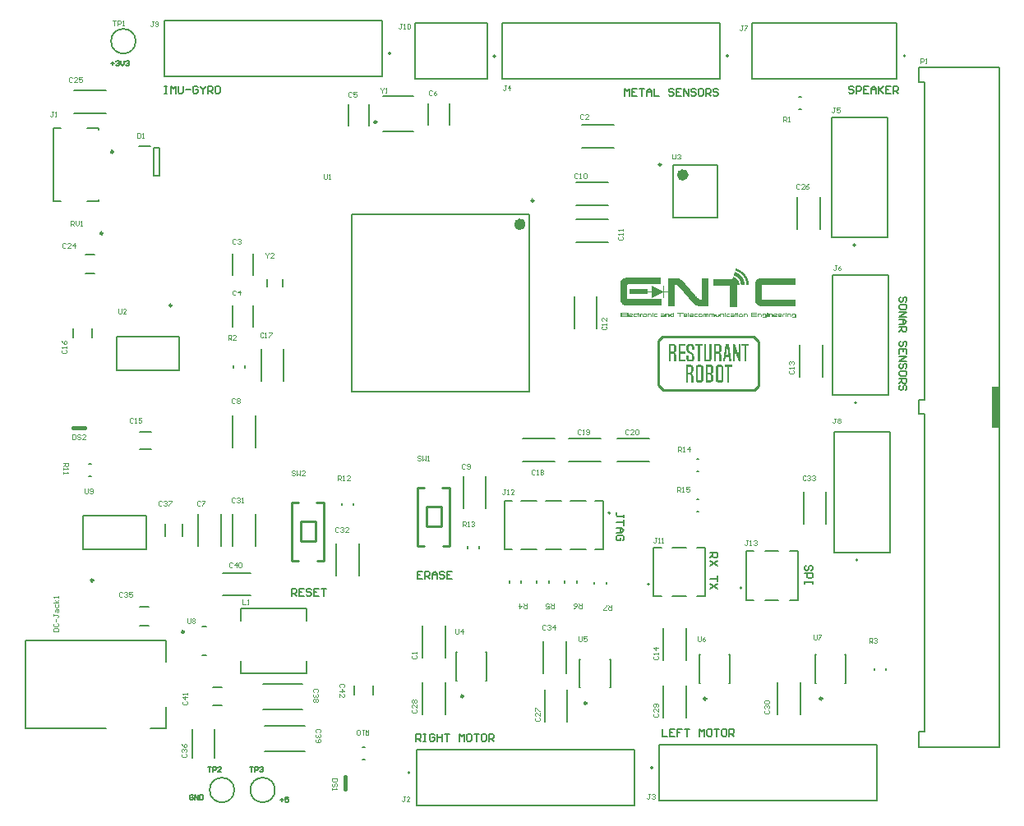
<source format=gbr>
G04*
G04 #@! TF.GenerationSoftware,Altium Limited,Altium Designer,24.2.2 (26)*
G04*
G04 Layer_Color=65535*
%FSLAX44Y44*%
%MOMM*%
G71*
G04*
G04 #@! TF.SameCoordinates,251A4116-46B9-4EB5-9C36-AF9AACF17162*
G04*
G04*
G04 #@! TF.FilePolarity,Positive*
G04*
G01*
G75*
%ADD10C,0.1270*%
%ADD11C,0.2500*%
%ADD12C,0.2000*%
%ADD13C,0.6000*%
%ADD14C,0.2540*%
%ADD15C,0.4000*%
%ADD16C,0.1200*%
%ADD17C,0.2032*%
%ADD18C,0.1016*%
%ADD19C,0.1194*%
%ADD20C,0.1800*%
%ADD21R,0.8000X4.2000*%
G36*
X712577Y567988D02*
X713192D01*
Y567834D01*
X713653D01*
Y567680D01*
X713961D01*
Y567526D01*
X714422D01*
Y567373D01*
X714730D01*
Y567219D01*
X715191D01*
Y567065D01*
X715499D01*
Y566911D01*
X715806D01*
Y566757D01*
X716114D01*
Y566604D01*
X716268D01*
Y566450D01*
X716575D01*
Y566296D01*
X716883D01*
Y566142D01*
X717190D01*
Y565988D01*
X717344D01*
Y565835D01*
X717652D01*
Y565681D01*
X717805D01*
Y565527D01*
X718113D01*
Y565373D01*
X718267D01*
Y565219D01*
X718574D01*
Y565066D01*
X718728D01*
Y564912D01*
X718882D01*
Y564758D01*
X719190D01*
Y564604D01*
X719343D01*
Y564450D01*
X719497D01*
Y564297D01*
X719651D01*
Y564143D01*
X719805D01*
Y563989D01*
X719958D01*
Y563835D01*
X720266D01*
Y563681D01*
X720420D01*
Y563528D01*
X720574D01*
Y563374D01*
X720727D01*
Y563220D01*
X720881D01*
Y563066D01*
X721035D01*
Y562759D01*
X721189D01*
Y562605D01*
X721343D01*
Y562451D01*
X721496D01*
Y562298D01*
X721650D01*
Y562144D01*
X721804D01*
Y561990D01*
X721958D01*
Y561682D01*
X722112D01*
Y561529D01*
X722265D01*
Y561375D01*
X722419D01*
Y561067D01*
X722573D01*
Y560913D01*
X722727D01*
Y560606D01*
X722880D01*
Y560452D01*
X723034D01*
Y560144D01*
X723188D01*
Y559991D01*
X723342D01*
Y559683D01*
X723496D01*
Y559375D01*
X723650D01*
Y559068D01*
X723803D01*
Y558760D01*
X723957D01*
Y558453D01*
X724111D01*
Y558145D01*
X724265D01*
Y557838D01*
X724418D01*
Y557376D01*
X724572D01*
Y556915D01*
X724726D01*
Y556454D01*
X724880D01*
Y555992D01*
X725034D01*
Y555377D01*
X725187D01*
Y554608D01*
X725341D01*
Y553685D01*
X725495D01*
Y551686D01*
X723188D01*
Y552609D01*
X723034D01*
Y553839D01*
X722880D01*
Y554762D01*
X722727D01*
Y555377D01*
X722573D01*
Y555838D01*
X722419D01*
Y556300D01*
X722265D01*
Y556761D01*
X722112D01*
Y557069D01*
X721958D01*
Y557530D01*
X721804D01*
Y557838D01*
X721650D01*
Y558145D01*
X721496D01*
Y558453D01*
X721343D01*
Y558760D01*
X721189D01*
Y558914D01*
X721035D01*
Y559222D01*
X720881D01*
Y559375D01*
X720727D01*
Y559683D01*
X720574D01*
Y559837D01*
X720420D01*
Y560144D01*
X720266D01*
Y560298D01*
X720112D01*
Y560452D01*
X719958D01*
Y560760D01*
X719805D01*
Y560913D01*
X719651D01*
Y561067D01*
X719497D01*
Y561221D01*
X719343D01*
Y561375D01*
X719190D01*
Y561529D01*
X719036D01*
Y561682D01*
X718882D01*
Y561836D01*
X718728D01*
Y561990D01*
X718574D01*
Y562144D01*
X718421D01*
Y562298D01*
X718267D01*
Y562451D01*
X718113D01*
Y562605D01*
X717959D01*
Y562759D01*
X717805D01*
Y562913D01*
X717652D01*
Y563066D01*
X717344D01*
Y563220D01*
X717190D01*
Y563374D01*
X717037D01*
Y563528D01*
X716729D01*
Y563681D01*
X716575D01*
Y563835D01*
X716268D01*
Y563989D01*
X716114D01*
Y564143D01*
X715806D01*
Y564297D01*
X715499D01*
Y564450D01*
X715345D01*
Y564604D01*
X715037D01*
Y564758D01*
X714730D01*
Y564912D01*
X714422D01*
Y565066D01*
X714115D01*
Y565219D01*
X713807D01*
Y565373D01*
X713346D01*
Y565527D01*
X713038D01*
Y565681D01*
X712577D01*
Y565835D01*
X712115D01*
Y565988D01*
X711808D01*
Y566450D01*
X711962D01*
Y566911D01*
X712115D01*
Y567373D01*
X712269D01*
Y567834D01*
X712423D01*
Y568141D01*
X712577D01*
Y567988D01*
D02*
G37*
G36*
X711654Y564297D02*
X712115D01*
Y564143D01*
X712577D01*
Y563989D01*
X712884D01*
Y563835D01*
X713346D01*
Y563681D01*
X713653D01*
Y563528D01*
X713961D01*
Y563374D01*
X714268D01*
Y563220D01*
X714576D01*
Y563066D01*
X714730D01*
Y562913D01*
X715037D01*
Y562759D01*
X715191D01*
Y562605D01*
X715499D01*
Y562451D01*
X715652D01*
Y562298D01*
X715960D01*
Y562144D01*
X716114D01*
Y561990D01*
X716268D01*
Y561836D01*
X716575D01*
Y561682D01*
X716729D01*
Y561529D01*
X716883D01*
Y561375D01*
X717037D01*
Y561221D01*
X717190D01*
Y561067D01*
X717344D01*
Y560913D01*
X717498D01*
Y560760D01*
X717652D01*
Y560606D01*
X717805D01*
Y560452D01*
X717959D01*
Y560298D01*
X718113D01*
Y560144D01*
X718267D01*
Y559991D01*
X718421D01*
Y559837D01*
X718574D01*
Y559529D01*
X718728D01*
Y559375D01*
X718882D01*
Y559222D01*
X719036D01*
Y558914D01*
X719190D01*
Y558760D01*
X719343D01*
Y558453D01*
X719497D01*
Y558299D01*
X719651D01*
Y557991D01*
X719805D01*
Y557684D01*
X719958D01*
Y557376D01*
X720112D01*
Y557069D01*
X720266D01*
Y556761D01*
X720420D01*
Y556454D01*
X720574D01*
Y555992D01*
X720727D01*
Y555531D01*
X720881D01*
Y555069D01*
X721035D01*
Y554454D01*
X721189D01*
Y553685D01*
X721343D01*
Y551994D01*
X721496D01*
Y551686D01*
X717652D01*
Y551994D01*
X717498D01*
Y553224D01*
X717344D01*
Y553993D01*
X717190D01*
Y554454D01*
X717037D01*
Y554916D01*
X716883D01*
Y555377D01*
X716729D01*
Y555685D01*
X716575D01*
Y555992D01*
X716421D01*
Y556300D01*
X716268D01*
Y556454D01*
X716114D01*
Y556761D01*
X715960D01*
Y556915D01*
X715806D01*
Y557222D01*
X715652D01*
Y557376D01*
X715499D01*
Y557530D01*
X715345D01*
Y557838D01*
X715191D01*
Y557991D01*
X715037D01*
Y558145D01*
X714883D01*
Y558299D01*
X714730D01*
Y558453D01*
X714576D01*
Y558606D01*
X714422D01*
Y558760D01*
X714268D01*
Y558914D01*
X714115D01*
Y559068D01*
X713807D01*
Y559222D01*
X713653D01*
Y559375D01*
X713499D01*
Y559529D01*
X713192D01*
Y559683D01*
X713038D01*
Y559837D01*
X712730D01*
Y559991D01*
X712577D01*
Y560144D01*
X712269D01*
Y560298D01*
X711962D01*
Y560452D01*
X711654D01*
Y560606D01*
X711346D01*
Y560760D01*
X711039D01*
Y560913D01*
X710577D01*
Y561067D01*
X710116D01*
Y561682D01*
X710270D01*
Y562144D01*
X710424D01*
Y562605D01*
X710577D01*
Y562913D01*
X710731D01*
Y563374D01*
X710885D01*
Y563835D01*
X711039D01*
Y564297D01*
X711193D01*
Y564450D01*
X711654D01*
Y564297D01*
D02*
G37*
G36*
X683818Y529233D02*
X675206D01*
Y529387D01*
X673976D01*
Y529540D01*
X673207D01*
Y529694D01*
X672745D01*
Y529848D01*
X672130D01*
Y530002D01*
X671669D01*
Y530155D01*
X671361D01*
Y530309D01*
X671054D01*
Y530463D01*
X670746D01*
Y530617D01*
X670592D01*
Y530771D01*
X670285D01*
Y530924D01*
X670131D01*
Y531078D01*
X669823D01*
Y531232D01*
X669669D01*
Y531386D01*
X669362D01*
Y531540D01*
X669208D01*
Y531693D01*
X669054D01*
Y531847D01*
X668901D01*
Y532001D01*
X668747D01*
Y532155D01*
X668593D01*
Y532309D01*
X668439D01*
Y532462D01*
X668285D01*
Y532616D01*
X668132D01*
Y532770D01*
X667978D01*
Y532924D01*
X667824D01*
Y533078D01*
X667670D01*
Y533231D01*
X667516D01*
Y533385D01*
X667363D01*
Y533539D01*
X667209D01*
Y533847D01*
X667055D01*
Y534000D01*
X666901D01*
Y534154D01*
X666748D01*
Y534308D01*
X666594D01*
Y534462D01*
X666440D01*
Y534769D01*
X666286D01*
Y534923D01*
X666132D01*
Y535077D01*
X665979D01*
Y535231D01*
X665825D01*
Y535384D01*
X665671D01*
Y535538D01*
X665517D01*
Y535692D01*
X665363D01*
Y535999D01*
X665210D01*
Y536153D01*
X665056D01*
Y536307D01*
X664902D01*
Y536461D01*
X664748D01*
Y536615D01*
X664594D01*
Y536768D01*
X664441D01*
Y537076D01*
X664287D01*
Y537230D01*
X664133D01*
Y537384D01*
X663979D01*
Y537537D01*
X663826D01*
Y537691D01*
X663672D01*
Y537845D01*
X663518D01*
Y538153D01*
X663364D01*
Y538306D01*
X663210D01*
Y538460D01*
X663057D01*
Y538614D01*
X662903D01*
Y538768D01*
X662749D01*
Y538922D01*
X662595D01*
Y539229D01*
X662441D01*
Y539383D01*
X662288D01*
Y539537D01*
X662134D01*
Y539691D01*
X661980D01*
Y539844D01*
X661826D01*
Y539998D01*
X661673D01*
Y540306D01*
X661519D01*
Y540459D01*
X661365D01*
Y540613D01*
X661211D01*
Y540767D01*
X661057D01*
Y540921D01*
X660903D01*
Y541075D01*
X660750D01*
Y541382D01*
X660596D01*
Y541536D01*
X660442D01*
Y541690D01*
X660288D01*
Y541843D01*
X660135D01*
Y541997D01*
X659981D01*
Y542151D01*
X659827D01*
Y542459D01*
X659673D01*
Y542612D01*
X659519D01*
Y542766D01*
X659366D01*
Y542920D01*
X659212D01*
Y543074D01*
X659058D01*
Y543228D01*
X658904D01*
Y543381D01*
X658751D01*
Y543689D01*
X658597D01*
Y543843D01*
X658443D01*
Y543997D01*
X658289D01*
Y544150D01*
X658135D01*
Y544304D01*
X657981D01*
Y544458D01*
X657828D01*
Y544766D01*
X657674D01*
Y544919D01*
X657520D01*
Y545073D01*
X657366D01*
Y545227D01*
X657213D01*
Y545381D01*
X657059D01*
Y545688D01*
X656905D01*
Y545842D01*
X656751D01*
Y545996D01*
X656597D01*
Y546150D01*
X656444D01*
Y546303D01*
X656290D01*
Y546457D01*
X656136D01*
Y546611D01*
X655982D01*
Y546918D01*
X655828D01*
Y547072D01*
X655675D01*
Y547226D01*
X655521D01*
Y547380D01*
X655367D01*
Y547534D01*
X655213D01*
Y547687D01*
X655060D01*
Y547995D01*
X654906D01*
Y548149D01*
X654752D01*
Y548303D01*
X654598D01*
Y548456D01*
X654444D01*
Y548610D01*
X654291D01*
Y548764D01*
X654137D01*
Y549072D01*
X653983D01*
Y549225D01*
X653829D01*
Y549379D01*
X653676D01*
Y549533D01*
X653522D01*
Y549687D01*
X653368D01*
Y549841D01*
X653214D01*
Y549994D01*
X653060D01*
Y550148D01*
X652906D01*
Y550302D01*
X652753D01*
Y550456D01*
X652445D01*
Y550610D01*
X652291D01*
Y550763D01*
X651984D01*
Y550917D01*
X651830D01*
Y551071D01*
X651522D01*
Y551225D01*
X651061D01*
Y551378D01*
X650753D01*
Y551532D01*
X649677D01*
Y551686D01*
X649369D01*
Y551532D01*
X649216D01*
Y529233D01*
X642295D01*
Y543843D01*
X638143D01*
Y537845D01*
X637835D01*
Y543997D01*
X637528D01*
Y543843D01*
X637220D01*
Y543689D01*
X636912D01*
Y543535D01*
X636605D01*
Y543381D01*
X636297D01*
Y543228D01*
X635990D01*
Y543074D01*
X635682D01*
Y542920D01*
X635374D01*
Y542766D01*
X635067D01*
Y542612D01*
X634913D01*
Y542459D01*
X634606D01*
Y542305D01*
X634298D01*
Y542151D01*
X633991D01*
Y541997D01*
X633683D01*
Y541843D01*
X633375D01*
Y541690D01*
X633068D01*
Y541536D01*
X632760D01*
Y541382D01*
X632453D01*
Y541228D01*
X632145D01*
Y541075D01*
X631837D01*
Y540921D01*
X631530D01*
Y540767D01*
X631222D01*
Y540613D01*
X630915D01*
Y540459D01*
X630607D01*
Y540306D01*
X630299D01*
Y540152D01*
X629992D01*
Y539998D01*
X629684D01*
Y539844D01*
X629377D01*
Y539691D01*
X629069D01*
Y539537D01*
X628762D01*
Y539383D01*
X628454D01*
Y539229D01*
X628147D01*
Y539075D01*
X627839D01*
Y538922D01*
X627531D01*
Y538768D01*
X627224D01*
Y538614D01*
X626916D01*
Y538460D01*
X626609D01*
Y538306D01*
X626455D01*
Y538153D01*
X625993D01*
Y543843D01*
X621534D01*
Y541997D01*
X602771D01*
Y546765D01*
X621534D01*
Y544304D01*
X625993D01*
Y550148D01*
X626301D01*
Y549994D01*
X626609D01*
Y549841D01*
X626916D01*
Y549687D01*
X627224D01*
Y549533D01*
X627531D01*
Y549379D01*
X627685D01*
Y549225D01*
X627993D01*
Y549072D01*
X628300D01*
Y548918D01*
X628608D01*
Y548764D01*
X628915D01*
Y548610D01*
X629223D01*
Y548456D01*
X629531D01*
Y548303D01*
X629838D01*
Y548149D01*
X630146D01*
Y547995D01*
X630453D01*
Y547841D01*
X630761D01*
Y547687D01*
X631068D01*
Y547534D01*
X631376D01*
Y547380D01*
X631684D01*
Y547226D01*
X631991D01*
Y547072D01*
X632299D01*
Y546918D01*
X632606D01*
Y546765D01*
X632914D01*
Y546611D01*
X633222D01*
Y546457D01*
X633529D01*
Y546303D01*
X633837D01*
Y546150D01*
X634144D01*
Y545996D01*
X634452D01*
Y545842D01*
X634759D01*
Y545688D01*
X635067D01*
Y545534D01*
X635374D01*
Y545381D01*
X635682D01*
Y545227D01*
X635990D01*
Y545073D01*
X636297D01*
Y544919D01*
X636451D01*
Y544766D01*
X636759D01*
Y544612D01*
X637066D01*
Y544458D01*
X637374D01*
Y544304D01*
X637681D01*
Y544150D01*
X637835D01*
Y550148D01*
X638143D01*
Y544304D01*
X642295D01*
Y558453D01*
X650600D01*
Y558299D01*
X651984D01*
Y558145D01*
X652906D01*
Y557991D01*
X653368D01*
Y557838D01*
X653829D01*
Y557684D01*
X654137D01*
Y557530D01*
X654598D01*
Y557376D01*
X654906D01*
Y557222D01*
X655060D01*
Y557069D01*
X655367D01*
Y556915D01*
X655675D01*
Y556761D01*
X655828D01*
Y556607D01*
X656136D01*
Y556454D01*
X656290D01*
Y556300D01*
X656444D01*
Y556146D01*
X656597D01*
Y555992D01*
X656905D01*
Y555838D01*
X657059D01*
Y555685D01*
X657213D01*
Y555531D01*
X657366D01*
Y555377D01*
X657520D01*
Y555223D01*
X657674D01*
Y555069D01*
X657828D01*
Y554916D01*
X657981D01*
Y554762D01*
X658135D01*
Y554608D01*
X658289D01*
Y554454D01*
X658443D01*
Y554300D01*
X658597D01*
Y553993D01*
X658751D01*
Y553839D01*
X658904D01*
Y553685D01*
X659058D01*
Y553531D01*
X659212D01*
Y553378D01*
X659366D01*
Y553224D01*
X659519D01*
Y553070D01*
X659673D01*
Y552762D01*
X659827D01*
Y552609D01*
X659981D01*
Y552455D01*
X660135D01*
Y552301D01*
X660288D01*
Y552147D01*
X660442D01*
Y551994D01*
X660596D01*
Y551840D01*
X660750D01*
Y551532D01*
X660903D01*
Y551378D01*
X661057D01*
Y551225D01*
X661211D01*
Y551071D01*
X661365D01*
Y550917D01*
X661519D01*
Y550763D01*
X661673D01*
Y550456D01*
X661826D01*
Y550302D01*
X661980D01*
Y550148D01*
X662134D01*
Y549994D01*
X662288D01*
Y549841D01*
X662441D01*
Y549687D01*
X662595D01*
Y549533D01*
X662749D01*
Y549225D01*
X662903D01*
Y549072D01*
X663057D01*
Y548918D01*
X663210D01*
Y548764D01*
X663364D01*
Y548610D01*
X663518D01*
Y548456D01*
X663672D01*
Y548149D01*
X663826D01*
Y547995D01*
X663979D01*
Y547841D01*
X664133D01*
Y547687D01*
X664287D01*
Y547534D01*
X664441D01*
Y547380D01*
X664594D01*
Y547226D01*
X664748D01*
Y546918D01*
X664902D01*
Y546765D01*
X665056D01*
Y546611D01*
X665210D01*
Y546457D01*
X665363D01*
Y546303D01*
X665517D01*
Y546150D01*
X665671D01*
Y545996D01*
X665825D01*
Y545688D01*
X665979D01*
Y545534D01*
X666132D01*
Y545381D01*
X666286D01*
Y545227D01*
X666440D01*
Y545073D01*
X666594D01*
Y544919D01*
X666748D01*
Y544766D01*
X666901D01*
Y544458D01*
X667055D01*
Y544304D01*
X667209D01*
Y544150D01*
X667363D01*
Y543997D01*
X667516D01*
Y543843D01*
X667670D01*
Y543689D01*
X667824D01*
Y543535D01*
X667978D01*
Y543228D01*
X668132D01*
Y543074D01*
X668285D01*
Y542920D01*
X668439D01*
Y542766D01*
X668593D01*
Y542612D01*
X668747D01*
Y542305D01*
X668901D01*
Y542151D01*
X669054D01*
Y541997D01*
X669208D01*
Y541843D01*
X669362D01*
Y541690D01*
X669516D01*
Y541536D01*
X669669D01*
Y541382D01*
X669823D01*
Y541075D01*
X669977D01*
Y540921D01*
X670131D01*
Y540767D01*
X670285D01*
Y540613D01*
X670439D01*
Y540459D01*
X670592D01*
Y540306D01*
X670746D01*
Y540152D01*
X670900D01*
Y539844D01*
X671054D01*
Y539691D01*
X671207D01*
Y539537D01*
X671361D01*
Y539383D01*
X671515D01*
Y539229D01*
X671669D01*
Y539075D01*
X671823D01*
Y538922D01*
X671976D01*
Y538614D01*
X672130D01*
Y538460D01*
X672284D01*
Y538306D01*
X672438D01*
Y538153D01*
X672591D01*
Y537999D01*
X672745D01*
Y537845D01*
X672899D01*
Y537691D01*
X673053D01*
Y537537D01*
X673207D01*
Y537384D01*
X673514D01*
Y537230D01*
X673668D01*
Y537076D01*
X673822D01*
Y536922D01*
X674129D01*
Y536768D01*
X674283D01*
Y536615D01*
X674591D01*
Y536461D01*
X674898D01*
Y536307D01*
X675514D01*
Y536153D01*
X676282D01*
Y535999D01*
X676898D01*
Y558453D01*
X683818D01*
Y529233D01*
D02*
G37*
G36*
X635221Y552147D02*
X601387D01*
Y551994D01*
X601080D01*
Y551840D01*
X600772D01*
Y551686D01*
X600618D01*
Y551225D01*
X600464D01*
Y537537D01*
X600618D01*
Y537076D01*
X600772D01*
Y536922D01*
X601080D01*
Y536768D01*
X601387D01*
Y536615D01*
X635374D01*
Y529848D01*
X599849D01*
Y530002D01*
X598927D01*
Y530155D01*
X598311D01*
Y530309D01*
X597696D01*
Y530463D01*
X597235D01*
Y530617D01*
X596927D01*
Y530771D01*
X596620D01*
Y530924D01*
X596312D01*
Y531078D01*
X596004D01*
Y531232D01*
X595851D01*
Y531386D01*
X595543D01*
Y531540D01*
X595389D01*
Y531693D01*
X595236D01*
Y531847D01*
X595082D01*
Y532001D01*
X594928D01*
Y532155D01*
X594774D01*
Y532309D01*
X594621D01*
Y532462D01*
X594467D01*
Y532770D01*
X594313D01*
Y532924D01*
X594159D01*
Y533231D01*
X594005D01*
Y533539D01*
X593852D01*
Y533847D01*
X593698D01*
Y534308D01*
X593544D01*
Y534923D01*
X593390D01*
Y535846D01*
X593236D01*
Y552916D01*
X593390D01*
Y553839D01*
X593544D01*
Y554454D01*
X593698D01*
Y554916D01*
X593852D01*
Y555223D01*
X594005D01*
Y555531D01*
X594159D01*
Y555838D01*
X594313D01*
Y555992D01*
X594467D01*
Y556300D01*
X594621D01*
Y556454D01*
X594774D01*
Y556607D01*
X594928D01*
Y556761D01*
X595082D01*
Y556915D01*
X595236D01*
Y557069D01*
X595389D01*
Y557222D01*
X595543D01*
Y557376D01*
X595851D01*
Y557530D01*
X596004D01*
Y557684D01*
X596312D01*
Y557838D01*
X596620D01*
Y557991D01*
X596927D01*
Y558145D01*
X597235D01*
Y558299D01*
X597696D01*
Y558453D01*
X598311D01*
Y558606D01*
X598927D01*
Y558760D01*
X600003D01*
Y558914D01*
X635221D01*
Y552147D01*
D02*
G37*
G36*
X773939Y551532D02*
X739951D01*
Y551378D01*
X739643D01*
Y551225D01*
X739490D01*
Y551071D01*
X739336D01*
Y550763D01*
X739182D01*
Y536922D01*
X739336D01*
Y536615D01*
X739490D01*
Y536461D01*
X739643D01*
Y536307D01*
X739951D01*
Y536153D01*
X740566D01*
Y535999D01*
X774092D01*
Y529233D01*
X739490D01*
Y529387D01*
X738106D01*
Y529540D01*
X737183D01*
Y529694D01*
X736721D01*
Y529848D01*
X736260D01*
Y530002D01*
X735799D01*
Y530155D01*
X735491D01*
Y530309D01*
X735184D01*
Y530463D01*
X734876D01*
Y530617D01*
X734568D01*
Y530771D01*
X734415D01*
Y530924D01*
X734261D01*
Y531078D01*
X734107D01*
Y531232D01*
X733800D01*
Y531386D01*
X733646D01*
Y531540D01*
X733492D01*
Y531847D01*
X733338D01*
Y532001D01*
X733184D01*
Y532155D01*
X733031D01*
Y532462D01*
X732877D01*
Y532770D01*
X732723D01*
Y533078D01*
X732569D01*
Y533385D01*
X732415D01*
Y533847D01*
X732262D01*
Y534462D01*
X732108D01*
Y535384D01*
X731954D01*
Y552301D01*
X732108D01*
Y553378D01*
X732262D01*
Y553839D01*
X732415D01*
Y554300D01*
X732569D01*
Y554762D01*
X732723D01*
Y555069D01*
X732877D01*
Y555223D01*
X733031D01*
Y555531D01*
X733184D01*
Y555685D01*
X733338D01*
Y555838D01*
X733492D01*
Y556146D01*
X733646D01*
Y556300D01*
X733800D01*
Y556454D01*
X734107D01*
Y556607D01*
X734261D01*
Y556761D01*
X734415D01*
Y556915D01*
X734722D01*
Y557069D01*
X734876D01*
Y557222D01*
X735184D01*
Y557376D01*
X735491D01*
Y557530D01*
X735799D01*
Y557684D01*
X736260D01*
Y557838D01*
X736721D01*
Y557991D01*
X737337D01*
Y558145D01*
X738106D01*
Y558299D01*
X739643D01*
Y558453D01*
X773939D01*
Y551532D01*
D02*
G37*
G36*
X709962Y559529D02*
X710270D01*
Y559375D01*
X710577D01*
Y559222D01*
X711039D01*
Y559068D01*
X711346D01*
Y558914D01*
X711500D01*
Y558760D01*
X711808D01*
Y558606D01*
X712115D01*
Y558453D01*
X712269D01*
Y558299D01*
X712577D01*
Y558145D01*
X712730D01*
Y557991D01*
X712884D01*
Y557838D01*
X713038D01*
Y557684D01*
X713192D01*
Y557530D01*
X713346D01*
Y557376D01*
X713499D01*
Y557222D01*
X713653D01*
Y557069D01*
X713807D01*
Y556915D01*
X713961D01*
Y556761D01*
X714115D01*
Y556607D01*
X714268D01*
Y556300D01*
X714422D01*
Y556146D01*
X714576D01*
Y555992D01*
X714730D01*
Y555685D01*
X714883D01*
Y555377D01*
X715037D01*
Y555069D01*
X715191D01*
Y554762D01*
X715345D01*
Y554300D01*
X715499D01*
Y553839D01*
X715652D01*
Y553224D01*
X715806D01*
Y552147D01*
X715960D01*
Y551532D01*
X713499D01*
Y528464D01*
X706271D01*
Y550763D01*
X689201D01*
Y557530D01*
X708732D01*
Y557838D01*
X708886D01*
Y558299D01*
X709040D01*
Y558760D01*
X709193D01*
Y559222D01*
X709347D01*
Y559683D01*
X709962D01*
Y559529D01*
D02*
G37*
G36*
X764557Y521851D02*
X763481D01*
Y522466D01*
X764557D01*
Y521851D01*
D02*
G37*
G36*
X745641D02*
X744411D01*
Y522466D01*
X745641D01*
Y521851D01*
D02*
G37*
G36*
X714883D02*
X713807D01*
Y522466D01*
X714883D01*
Y521851D01*
D02*
G37*
G36*
X701965D02*
X700889D01*
Y522466D01*
X701965D01*
Y521851D01*
D02*
G37*
G36*
X627378Y522312D02*
Y522159D01*
Y521851D01*
X626301D01*
Y522466D01*
X627378D01*
Y522312D01*
D02*
G37*
G36*
X695506Y520928D02*
X695352D01*
Y520621D01*
X695506D01*
Y519390D01*
X695352D01*
Y518621D01*
X695199D01*
Y518468D01*
X694891D01*
Y518314D01*
X691661D01*
Y518468D01*
X691508D01*
Y518621D01*
X691354D01*
Y518775D01*
X691200D01*
Y520928D01*
Y521082D01*
Y521236D01*
X692277D01*
Y519083D01*
X694276D01*
Y521236D01*
X695506D01*
Y520928D01*
D02*
G37*
G36*
X768864Y521236D02*
X769171D01*
Y521082D01*
X769325D01*
Y520928D01*
X769479D01*
Y519083D01*
Y518929D01*
Y518314D01*
X768402D01*
Y520467D01*
X768248D01*
Y520621D01*
X766249D01*
Y518314D01*
X765173D01*
Y521390D01*
X768864D01*
Y521236D01*
D02*
G37*
G36*
X764557Y520005D02*
Y519852D01*
Y518314D01*
X763481D01*
Y521390D01*
X764557D01*
Y520005D01*
D02*
G37*
G36*
X763173Y520621D02*
X761635D01*
Y520467D01*
X761482D01*
Y518314D01*
X760405D01*
Y520928D01*
X760559D01*
Y521082D01*
X760713D01*
Y521236D01*
X761020D01*
Y521390D01*
X763173D01*
Y520621D01*
D02*
G37*
G36*
X759482Y521236D02*
X759636D01*
Y521082D01*
X759790D01*
Y519852D01*
X759636D01*
Y519698D01*
X759329D01*
Y519544D01*
X756714D01*
Y519390D01*
X756868D01*
Y519083D01*
X759790D01*
Y518314D01*
X756253D01*
Y518468D01*
X755945D01*
Y518621D01*
X755791D01*
Y519083D01*
X755638D01*
Y520774D01*
X755791D01*
Y521082D01*
X755945D01*
Y521236D01*
X756253D01*
Y521390D01*
X759482D01*
Y521236D01*
D02*
G37*
G36*
X754869D02*
X755022D01*
Y520928D01*
X755176D01*
Y520005D01*
X755022D01*
Y519698D01*
X754715D01*
Y519544D01*
X752101D01*
Y519236D01*
X752254D01*
Y519083D01*
X755022D01*
Y518314D01*
X751485D01*
Y518468D01*
X751331D01*
Y518621D01*
X751178D01*
Y518775D01*
X751024D01*
Y520928D01*
X751178D01*
Y521236D01*
X751485D01*
Y521390D01*
X754869D01*
Y521236D01*
D02*
G37*
G36*
X749947D02*
X750255D01*
Y521082D01*
X750409D01*
Y520621D01*
X750563D01*
Y518314D01*
X749332D01*
Y520621D01*
X747179D01*
Y518314D01*
X746103D01*
Y521390D01*
X749947D01*
Y521236D01*
D02*
G37*
G36*
X745488Y519852D02*
Y519698D01*
Y518929D01*
X745641D01*
Y518314D01*
X744411D01*
Y521390D01*
X745488D01*
Y519852D01*
D02*
G37*
G36*
X738413Y521236D02*
X738721D01*
Y521082D01*
X738875D01*
Y520928D01*
X739028D01*
Y520313D01*
X739182D01*
Y518314D01*
X737952D01*
Y520005D01*
Y520159D01*
Y520621D01*
X735799D01*
Y518314D01*
X734722D01*
Y521390D01*
X738413D01*
Y521236D01*
D02*
G37*
G36*
X734107Y521543D02*
X729186D01*
Y521390D01*
X729032D01*
Y520774D01*
X734107D01*
Y519852D01*
X729032D01*
Y519390D01*
X729186D01*
Y519236D01*
X734261D01*
Y518314D01*
X728571D01*
Y518468D01*
X728263D01*
Y518621D01*
X728109D01*
Y518929D01*
X727956D01*
Y521697D01*
X728109D01*
Y522005D01*
X728263D01*
Y522159D01*
X728417D01*
Y522312D01*
X728725D01*
Y522466D01*
X734107D01*
Y521543D01*
D02*
G37*
G36*
X724111Y521236D02*
X724418D01*
Y521082D01*
X724572D01*
Y520774D01*
X724726D01*
Y518314D01*
X723650D01*
Y520467D01*
X723496D01*
Y520621D01*
X721496D01*
Y518314D01*
X720420D01*
Y518775D01*
Y518929D01*
Y521390D01*
X724111D01*
Y521236D01*
D02*
G37*
G36*
X719190D02*
X719497D01*
Y521082D01*
X719651D01*
Y520928D01*
X719805D01*
Y518775D01*
X719651D01*
Y518621D01*
X719497D01*
Y518468D01*
X719190D01*
Y518314D01*
X715960D01*
Y518468D01*
X715806D01*
Y518621D01*
X715652D01*
Y518775D01*
X715499D01*
Y520928D01*
X715652D01*
Y521082D01*
X715806D01*
Y521236D01*
X716114D01*
Y521390D01*
X719190D01*
Y521236D01*
D02*
G37*
G36*
X714883Y520928D02*
Y520774D01*
Y518314D01*
X713807D01*
Y521390D01*
X714883D01*
Y520928D01*
D02*
G37*
G36*
X712884Y522159D02*
Y521390D01*
X713499D01*
Y520621D01*
X712884D01*
Y518314D01*
X711808D01*
Y520621D01*
X711193D01*
Y521390D01*
X711808D01*
Y522312D01*
X712884D01*
Y522159D01*
D02*
G37*
G36*
X710424Y521236D02*
X710731D01*
Y521082D01*
X710885D01*
Y520774D01*
X711039D01*
Y518775D01*
X710885D01*
Y518621D01*
X710731D01*
Y518468D01*
X710424D01*
Y518314D01*
X707194D01*
Y518468D01*
X707040D01*
Y518621D01*
X706887D01*
Y518775D01*
Y519852D01*
X707040D01*
Y520005D01*
X707348D01*
Y520159D01*
X709962D01*
Y520467D01*
X709809D01*
Y520621D01*
X706887D01*
Y521390D01*
X710424D01*
Y521236D01*
D02*
G37*
G36*
X706425Y520621D02*
X703811D01*
Y520467D01*
X703657D01*
Y519236D01*
X703811D01*
Y519083D01*
X706425D01*
Y518314D01*
X703195D01*
Y518468D01*
X702888D01*
Y518621D01*
X702734D01*
Y518775D01*
X702580D01*
Y520928D01*
X702734D01*
Y521082D01*
X702888D01*
Y521236D01*
X703195D01*
Y521390D01*
X706425D01*
Y520621D01*
D02*
G37*
G36*
X701965Y518314D02*
X700889D01*
Y520467D01*
Y520621D01*
Y521390D01*
X701965D01*
Y518314D01*
D02*
G37*
G36*
X699812Y521236D02*
X700120D01*
Y521082D01*
X700274D01*
Y520774D01*
X700427D01*
Y518314D01*
X699351D01*
Y520467D01*
X699197D01*
Y520621D01*
X697044D01*
Y519083D01*
Y518929D01*
Y518314D01*
X695967D01*
Y521390D01*
X699812D01*
Y521236D01*
D02*
G37*
G36*
X689970D02*
X690277D01*
Y521082D01*
X690431D01*
Y520928D01*
X690585D01*
Y518314D01*
X689508D01*
Y520621D01*
X688278D01*
Y518314D01*
X687202D01*
Y520621D01*
X685971D01*
Y518314D01*
X684895D01*
Y521390D01*
X689970D01*
Y521236D01*
D02*
G37*
G36*
X683664D02*
X683972D01*
Y521082D01*
X684126D01*
Y520928D01*
X684279D01*
Y518314D01*
X683203D01*
Y520467D01*
X683049D01*
Y520621D01*
X681973D01*
Y518314D01*
X680896D01*
Y520621D01*
X679666D01*
Y518314D01*
X678589D01*
Y521390D01*
X683664D01*
Y521236D01*
D02*
G37*
G36*
X677359D02*
X677666D01*
Y521082D01*
X677820D01*
Y520928D01*
X677974D01*
Y518775D01*
X677820D01*
Y518621D01*
X677666D01*
Y518468D01*
X677359D01*
Y518314D01*
X674283D01*
Y518468D01*
X673976D01*
Y518621D01*
X673822D01*
Y518775D01*
X673668D01*
Y520928D01*
X673822D01*
Y521082D01*
X673976D01*
Y521236D01*
X674283D01*
Y521390D01*
X677359D01*
Y521236D01*
D02*
G37*
G36*
X673207Y520621D02*
X670439D01*
Y519083D01*
X673207D01*
Y518314D01*
X669823D01*
Y518468D01*
X669669D01*
Y518621D01*
X669516D01*
Y518775D01*
X669362D01*
Y520928D01*
X669516D01*
Y521082D01*
X669669D01*
Y521236D01*
X669823D01*
Y521390D01*
X673207D01*
Y520621D01*
D02*
G37*
G36*
X668439Y521236D02*
X668747D01*
Y520621D01*
X668901D01*
Y520313D01*
X668747D01*
Y519852D01*
X668593D01*
Y519698D01*
X668439D01*
Y519544D01*
X665825D01*
Y519083D01*
X668747D01*
Y518314D01*
X665210D01*
Y518468D01*
X664902D01*
Y518775D01*
X664748D01*
Y521082D01*
X664902D01*
Y521236D01*
X665210D01*
Y521390D01*
X668439D01*
Y521236D01*
D02*
G37*
G36*
X664133Y518314D02*
X663057D01*
Y522466D01*
X664133D01*
Y518314D01*
D02*
G37*
G36*
X662134Y521236D02*
X662288D01*
Y521082D01*
X662441D01*
Y519852D01*
X662288D01*
Y519698D01*
X661980D01*
Y519544D01*
X659366D01*
Y519390D01*
X659519D01*
Y519083D01*
X662441D01*
Y518314D01*
X658904D01*
Y518468D01*
X658597D01*
Y518621D01*
X658443D01*
Y518929D01*
X658289D01*
Y520774D01*
X658443D01*
Y521082D01*
X658597D01*
Y521236D01*
X658904D01*
Y521390D01*
X662134D01*
Y521236D01*
D02*
G37*
G36*
X658289Y521543D02*
X655675D01*
Y518314D01*
X654598D01*
Y521543D01*
X652138D01*
Y522159D01*
Y522312D01*
Y522466D01*
X658289D01*
Y521543D01*
D02*
G37*
G36*
X648908Y518929D02*
X648754D01*
Y518621D01*
X648600D01*
Y518468D01*
X648293D01*
Y518314D01*
X645063D01*
Y518468D01*
X644910D01*
Y518621D01*
X644756D01*
Y518775D01*
X644602D01*
Y520928D01*
X644756D01*
Y521082D01*
X644910D01*
Y521236D01*
X645063D01*
Y521390D01*
X647831D01*
Y522466D01*
X648908D01*
Y518929D01*
D02*
G37*
G36*
X643372Y521236D02*
X643679D01*
Y521082D01*
X643833D01*
Y520621D01*
X643987D01*
Y518314D01*
X642756D01*
Y519698D01*
Y519852D01*
Y520621D01*
X640603D01*
Y518314D01*
X639527D01*
Y521390D01*
X643372D01*
Y521236D01*
D02*
G37*
G36*
X638604D02*
X638758D01*
Y521082D01*
X638912D01*
Y520928D01*
X639066D01*
Y518775D01*
X638912D01*
Y518621D01*
X638758D01*
Y518468D01*
X638604D01*
Y518314D01*
X635221D01*
Y518468D01*
X635067D01*
Y518775D01*
X634913D01*
Y519698D01*
X635067D01*
Y520005D01*
X635374D01*
Y520159D01*
X637989D01*
Y520467D01*
X637835D01*
Y520621D01*
X635067D01*
Y521082D01*
X634913D01*
Y521390D01*
X638604D01*
Y521236D01*
D02*
G37*
G36*
X631837Y520621D02*
X629223D01*
Y520467D01*
X629069D01*
Y519083D01*
X631837D01*
Y518621D01*
Y518468D01*
Y518314D01*
X628608D01*
Y518468D01*
X628300D01*
Y518621D01*
X628147D01*
Y518775D01*
X627993D01*
Y520928D01*
X628147D01*
Y521082D01*
X628300D01*
Y521236D01*
X628454D01*
Y521390D01*
X631837D01*
Y520621D01*
D02*
G37*
G36*
X627378Y519544D02*
Y519390D01*
Y518314D01*
X626301D01*
Y521390D01*
X627378D01*
Y519544D01*
D02*
G37*
G36*
X625071Y521236D02*
X625378D01*
Y521082D01*
X625532D01*
Y520774D01*
X625686D01*
Y518314D01*
X624609D01*
Y520621D01*
X622456D01*
Y519698D01*
Y519544D01*
Y518314D01*
X621380D01*
Y521390D01*
X625071D01*
Y521236D01*
D02*
G37*
G36*
X620149D02*
X620457D01*
Y521082D01*
X620611D01*
Y520928D01*
X620765D01*
Y518775D01*
X620611D01*
Y518621D01*
X620457D01*
Y518468D01*
X620149D01*
Y518314D01*
X617074D01*
Y518468D01*
X616766D01*
Y518621D01*
X616612D01*
Y518775D01*
X616459D01*
Y520928D01*
X616612D01*
Y521082D01*
X616766D01*
Y521236D01*
X617074D01*
Y521390D01*
X620149D01*
Y521236D01*
D02*
G37*
G36*
X615997Y520621D02*
X614459D01*
Y518314D01*
X613229D01*
Y518775D01*
X613383D01*
Y519083D01*
X613229D01*
Y520621D01*
X613383D01*
Y520928D01*
X613536D01*
Y521082D01*
X613690D01*
Y521236D01*
X613844D01*
Y521390D01*
X615997D01*
Y520621D01*
D02*
G37*
G36*
X612460Y522005D02*
X612306D01*
Y521390D01*
X612921D01*
Y520774D01*
Y520621D01*
X612306D01*
Y518775D01*
X612460D01*
Y518314D01*
X611384D01*
Y520621D01*
X610768D01*
Y521390D01*
X611384D01*
Y522312D01*
X612460D01*
Y522005D01*
D02*
G37*
G36*
X610461Y520621D02*
X607846D01*
Y520159D01*
X607692D01*
Y519544D01*
X607846D01*
Y519083D01*
X610461D01*
Y518314D01*
X607231D01*
Y518468D01*
X606924D01*
Y518621D01*
X606770D01*
Y519236D01*
X606616D01*
Y520621D01*
X606770D01*
Y521082D01*
X606924D01*
Y521236D01*
X607231D01*
Y521390D01*
X610461D01*
Y520621D01*
D02*
G37*
G36*
X605847Y521236D02*
X606001D01*
Y521082D01*
X606155D01*
Y519852D01*
X606001D01*
Y519698D01*
X605693D01*
Y519544D01*
X603233D01*
Y519083D01*
X606155D01*
Y518314D01*
X602617D01*
Y518468D01*
X602310D01*
Y518621D01*
X602156D01*
Y519083D01*
X602002D01*
Y520621D01*
X602156D01*
Y521082D01*
X602310D01*
Y521236D01*
X602617D01*
Y521390D01*
X605847D01*
Y521236D01*
D02*
G37*
G36*
X601541Y518314D02*
X600464D01*
Y519390D01*
Y519544D01*
Y522466D01*
X601541D01*
Y518314D01*
D02*
G37*
G36*
X599849Y521543D02*
X594928D01*
Y521390D01*
X594774D01*
Y520774D01*
X599849D01*
Y519852D01*
X594774D01*
Y519236D01*
X600003D01*
Y518314D01*
X594313D01*
Y518468D01*
X594005D01*
Y518621D01*
X593852D01*
Y518775D01*
X593698D01*
Y521851D01*
X593852D01*
Y522159D01*
X594159D01*
Y522312D01*
X594467D01*
Y522466D01*
X599849D01*
Y521543D01*
D02*
G37*
G36*
X773939Y521236D02*
X774246D01*
Y521082D01*
X774400D01*
Y517699D01*
X774246D01*
Y517545D01*
X774092D01*
Y517391D01*
X773631D01*
Y517237D01*
X770248D01*
Y518160D01*
X772554D01*
Y518006D01*
X772862D01*
Y518160D01*
X773323D01*
Y518775D01*
X770401D01*
Y518929D01*
X770248D01*
Y519083D01*
X770094D01*
Y521082D01*
X770248D01*
Y521236D01*
X770555D01*
Y521390D01*
X773939D01*
Y521236D01*
D02*
G37*
G36*
X743488D02*
X743796D01*
Y520928D01*
X743950D01*
Y517852D01*
X743796D01*
Y517545D01*
X743488D01*
Y517391D01*
X743027D01*
Y517237D01*
X739797D01*
Y518160D01*
X742104D01*
Y518006D01*
X742412D01*
Y518160D01*
X742873D01*
Y518775D01*
X739951D01*
Y518929D01*
X739797D01*
Y519083D01*
X739643D01*
Y521082D01*
X739797D01*
Y521236D01*
X740105D01*
Y521390D01*
X743488D01*
Y521236D01*
D02*
G37*
G36*
X667203Y490265D02*
X667461Y490218D01*
X667743Y490124D01*
X668048Y490007D01*
X668354Y489842D01*
X668612Y489631D01*
X668636Y489607D01*
X668706Y489513D01*
X668824Y489372D01*
X668941Y489161D01*
X669035Y488903D01*
X669153Y488597D01*
X669223Y488245D01*
X669247Y487845D01*
Y484392D01*
X667061D01*
Y487751D01*
Y487775D01*
Y487822D01*
X666991Y487986D01*
X666944Y488080D01*
X666850Y488151D01*
X666733Y488198D01*
X666568Y488221D01*
X664172D01*
X664007Y488174D01*
X663913Y488104D01*
X663819Y488033D01*
X663772Y487916D01*
X663749Y487751D01*
Y484791D01*
Y484767D01*
Y484744D01*
X663772Y484603D01*
X663796Y484415D01*
X663866Y484156D01*
X663960Y483875D01*
X664101Y483569D01*
X664313Y483264D01*
X664594Y482982D01*
X664618D01*
X664665Y482935D01*
X664735Y482888D01*
X664829Y482817D01*
X664970Y482723D01*
X665111Y482629D01*
X665487Y482418D01*
X665511Y482394D01*
X665628Y482347D01*
X665769Y482277D01*
X665981Y482159D01*
X666498Y481901D01*
X666521D01*
X666545Y481878D01*
X666615Y481830D01*
X666709Y481783D01*
X666944Y481642D01*
X667226Y481478D01*
X667531Y481267D01*
X667837Y481032D01*
X668119Y480773D01*
X668377Y480515D01*
X668424Y480468D01*
X668518Y480327D01*
X668659Y480092D01*
X668824Y479786D01*
X668965Y479411D01*
X669106Y478941D01*
X669200Y478424D01*
X669247Y477836D01*
Y474782D01*
Y474758D01*
Y474735D01*
Y474594D01*
X669223Y474383D01*
X669176Y474124D01*
X669082Y473842D01*
X668988Y473537D01*
X668824Y473255D01*
X668612Y472996D01*
X668589Y472973D01*
X668495Y472902D01*
X668354Y472785D01*
X668142Y472691D01*
X667884Y472574D01*
X667578Y472456D01*
X667203Y472385D01*
X666803Y472362D01*
X663819D01*
X663608Y472385D01*
X663349Y472433D01*
X663067Y472527D01*
X662762Y472621D01*
X662457Y472785D01*
X662198Y472996D01*
X662175Y473020D01*
X662104Y473114D01*
X661987Y473255D01*
X661893Y473466D01*
X661775Y473701D01*
X661658Y474007D01*
X661587Y474383D01*
X661564Y474782D01*
Y478236D01*
X663725D01*
Y474899D01*
Y474876D01*
Y474829D01*
X663749Y474735D01*
X663796Y474641D01*
X663843Y474547D01*
X663937Y474453D01*
X664054Y474406D01*
X664219Y474383D01*
X666639D01*
X666733Y474406D01*
X666826Y474453D01*
X666897Y474500D01*
X666991Y474594D01*
X667038Y474735D01*
X667061Y474899D01*
Y477836D01*
Y477860D01*
Y477883D01*
X667038Y478001D01*
X667014Y478189D01*
X666967Y478424D01*
X666850Y478706D01*
X666709Y478988D01*
X666498Y479270D01*
X666216Y479528D01*
X666192Y479552D01*
X666145Y479575D01*
X666075Y479622D01*
X665981Y479692D01*
X665863Y479786D01*
X665699Y479880D01*
X665534Y479974D01*
X665323Y480092D01*
X665299Y480115D01*
X665205Y480162D01*
X665041Y480233D01*
X664829Y480350D01*
X664313Y480609D01*
X664289D01*
X664266Y480632D01*
X664195Y480679D01*
X664101Y480726D01*
X663866Y480867D01*
X663584Y481055D01*
X663279Y481267D01*
X662973Y481525D01*
X662691Y481783D01*
X662433Y482066D01*
Y482089D01*
X662386Y482112D01*
X662292Y482253D01*
X662151Y482488D01*
X662010Y482794D01*
X661846Y483193D01*
X661705Y483663D01*
X661611Y484203D01*
X661564Y484791D01*
Y487845D01*
Y487869D01*
Y487892D01*
Y488033D01*
X661587Y488245D01*
X661634Y488503D01*
X661728Y488785D01*
X661822Y489067D01*
X661987Y489372D01*
X662198Y489631D01*
X662222Y489654D01*
X662316Y489725D01*
X662457Y489842D01*
X662668Y489960D01*
X662926Y490077D01*
X663232Y490195D01*
X663608Y490265D01*
X664007Y490289D01*
X666991D01*
X667203Y490265D01*
D02*
G37*
G36*
X717059Y472362D02*
X714991D01*
X712360Y481314D01*
X711420Y485120D01*
X711561Y481314D01*
Y472362D01*
X709470D01*
Y490289D01*
X711514D01*
X714169Y481314D01*
X715109Y477508D01*
X714968Y481314D01*
Y490289D01*
X717059D01*
Y472362D01*
D02*
G37*
G36*
X687126Y474782D02*
Y474758D01*
Y474735D01*
Y474594D01*
X687103Y474383D01*
X687056Y474124D01*
X686962Y473842D01*
X686844Y473537D01*
X686680Y473255D01*
X686468Y472996D01*
X686445Y472973D01*
X686351Y472902D01*
X686210Y472785D01*
X685999Y472691D01*
X685763Y472574D01*
X685458Y472456D01*
X685082Y472385D01*
X684683Y472362D01*
X681699D01*
X681487Y472385D01*
X681229Y472433D01*
X680947Y472527D01*
X680642Y472621D01*
X680360Y472785D01*
X680101Y472996D01*
X680078Y473020D01*
X680007Y473114D01*
X679890Y473255D01*
X679772Y473466D01*
X679655Y473701D01*
X679537Y474007D01*
X679467Y474383D01*
X679443Y474782D01*
Y490289D01*
X681605D01*
Y474899D01*
Y474876D01*
Y474829D01*
X681628Y474735D01*
X681675Y474641D01*
X681722Y474547D01*
X681816Y474453D01*
X681957Y474406D01*
X682122Y474383D01*
X684518D01*
X684612Y474406D01*
X684706Y474453D01*
X684777Y474500D01*
X684871Y474594D01*
X684918Y474735D01*
X684941Y474899D01*
Y490289D01*
X687126D01*
Y474782D01*
D02*
G37*
G36*
X725917Y488221D02*
X723167D01*
Y472362D01*
X720983D01*
Y488221D01*
X718234D01*
Y490289D01*
X725917D01*
Y488221D01*
D02*
G37*
G36*
X707567Y472362D02*
X705499D01*
X704841Y476967D01*
X701834D01*
X701176Y472362D01*
X699109D01*
X701623Y490289D01*
X705029D01*
X707567Y472362D01*
D02*
G37*
G36*
X695396Y490265D02*
X695655Y490218D01*
X695937Y490124D01*
X696242Y490007D01*
X696524Y489842D01*
X696783Y489631D01*
X696806Y489607D01*
X696877Y489513D01*
X696994Y489372D01*
X697112Y489161D01*
X697229Y488903D01*
X697346Y488597D01*
X697417Y488245D01*
X697440Y487845D01*
Y484791D01*
Y484767D01*
Y484720D01*
Y484650D01*
Y484556D01*
X697417Y484297D01*
X697393Y483969D01*
X697323Y483593D01*
X697253Y483217D01*
X697135Y482841D01*
X696971Y482512D01*
X696947Y482465D01*
X696877Y482371D01*
X696759Y482230D01*
X696595Y482042D01*
X696360Y481830D01*
X696078Y481643D01*
X695749Y481455D01*
X695350Y481314D01*
X695373D01*
X695396Y481290D01*
X695537Y481243D01*
X695725Y481173D01*
X695984Y481032D01*
X696242Y480867D01*
X696501Y480679D01*
X696759Y480421D01*
X696971Y480115D01*
X696994Y480068D01*
X697041Y479974D01*
X697112Y479786D01*
X697206Y479528D01*
X697299Y479199D01*
X697370Y478823D01*
X697417Y478353D01*
X697440Y477836D01*
Y472362D01*
X695256D01*
Y478095D01*
Y478118D01*
Y478142D01*
Y478306D01*
X695232Y478518D01*
X695209Y478776D01*
X695138Y479058D01*
X695068Y479340D01*
X694950Y479599D01*
X694809Y479810D01*
X694786Y479833D01*
X694715Y479880D01*
X694598Y479951D01*
X694433Y480045D01*
X694222Y480139D01*
X693940Y480209D01*
X693587Y480256D01*
X693188Y480280D01*
X691919D01*
Y472362D01*
X689758Y472362D01*
Y490289D01*
X695185Y490289D01*
X695396Y490265D01*
D02*
G37*
G36*
X678104Y488221D02*
X675355D01*
Y472362D01*
X673170D01*
Y488221D01*
X670421D01*
Y490289D01*
X678104D01*
Y488221D01*
D02*
G37*
G36*
X660036D02*
X655643D01*
Y482347D01*
X660036D01*
Y480280D01*
X655643D01*
Y474383D01*
X660036D01*
Y472362D01*
X653458D01*
Y490289D01*
X660036D01*
Y488221D01*
D02*
G37*
G36*
X648782Y490265D02*
X649041Y490218D01*
X649323Y490124D01*
X649628Y490007D01*
X649910Y489842D01*
X650169Y489631D01*
X650192Y489607D01*
X650263Y489513D01*
X650380Y489372D01*
X650498Y489161D01*
X650615Y488903D01*
X650732Y488597D01*
X650803Y488245D01*
X650826Y487845D01*
Y484791D01*
Y484767D01*
Y484720D01*
Y484650D01*
Y484556D01*
X650803Y484297D01*
X650779Y483969D01*
X650709Y483593D01*
X650639Y483217D01*
X650521Y482841D01*
X650357Y482512D01*
X650333Y482465D01*
X650263Y482371D01*
X650145Y482230D01*
X649981Y482042D01*
X649746Y481830D01*
X649464Y481642D01*
X649135Y481455D01*
X648735Y481314D01*
X648759D01*
X648782Y481290D01*
X648923Y481243D01*
X649111Y481173D01*
X649370Y481032D01*
X649628Y480867D01*
X649887Y480679D01*
X650145Y480421D01*
X650357Y480115D01*
X650380Y480068D01*
X650427Y479974D01*
X650498Y479786D01*
X650592Y479528D01*
X650686Y479199D01*
X650756Y478823D01*
X650803Y478353D01*
X650826Y477836D01*
Y472362D01*
X648641D01*
Y478095D01*
Y478118D01*
Y478142D01*
Y478306D01*
X648618Y478518D01*
X648594Y478776D01*
X648524Y479058D01*
X648453Y479340D01*
X648336Y479599D01*
X648195Y479810D01*
X648171Y479833D01*
X648101Y479880D01*
X647983Y479951D01*
X647819Y480045D01*
X647608Y480139D01*
X647326Y480209D01*
X646973Y480256D01*
X646574Y480280D01*
X645305D01*
Y472362D01*
X643144D01*
Y490289D01*
X648571D01*
X648782Y490265D01*
D02*
G37*
G36*
X708260Y466709D02*
X705511D01*
Y450850D01*
X703326D01*
Y466709D01*
X700577D01*
Y468777D01*
X708260D01*
Y466709D01*
D02*
G37*
G36*
X697358Y468753D02*
X697617Y468706D01*
X697899Y468612D01*
X698204Y468495D01*
X698510Y468330D01*
X698768Y468119D01*
X698792Y468095D01*
X698862Y468001D01*
X698979Y467860D01*
X699097Y467649D01*
X699191Y467391D01*
X699308Y467085D01*
X699379Y466733D01*
X699402Y466333D01*
Y453270D01*
Y453246D01*
Y453223D01*
Y453082D01*
X699379Y452871D01*
X699332Y452612D01*
X699238Y452330D01*
X699144Y452025D01*
X698979Y451743D01*
X698768Y451484D01*
X698745Y451461D01*
X698651Y451390D01*
X698510Y451273D01*
X698298Y451179D01*
X698040Y451062D01*
X697734Y450944D01*
X697358Y450873D01*
X696959Y450850D01*
X693975D01*
X693764Y450873D01*
X693505Y450920D01*
X693223Y451015D01*
X692918Y451109D01*
X692636Y451273D01*
X692377Y451484D01*
X692354Y451508D01*
X692283Y451602D01*
X692166Y451743D01*
X692048Y451954D01*
X691931Y452189D01*
X691813Y452495D01*
X691743Y452871D01*
X691720Y453270D01*
Y466333D01*
Y466357D01*
Y466380D01*
Y466521D01*
X691767Y466733D01*
X691813Y466991D01*
X691884Y467273D01*
X692001Y467555D01*
X692166Y467860D01*
X692377Y468119D01*
X692401Y468142D01*
X692495Y468213D01*
X692636Y468330D01*
X692847Y468448D01*
X693082Y468565D01*
X693388Y468683D01*
X693764Y468753D01*
X694163Y468777D01*
X697147D01*
X697358Y468753D01*
D02*
G37*
G36*
X687044Y468753D02*
X687302Y468706D01*
X687584Y468612D01*
X687890Y468495D01*
X688195Y468330D01*
X688454Y468119D01*
X688477Y468095D01*
X688548Y468001D01*
X688665Y467860D01*
X688783Y467649D01*
X688877Y467391D01*
X688994Y467085D01*
X689064Y466733D01*
X689088Y466333D01*
Y463279D01*
Y463255D01*
Y463208D01*
Y463138D01*
Y463044D01*
X689064Y462785D01*
X689041Y462457D01*
X688971Y462081D01*
X688900Y461705D01*
X688783Y461329D01*
X688618Y461000D01*
X688595Y460953D01*
X688524Y460859D01*
X688407Y460718D01*
X688242Y460530D01*
X688007Y460318D01*
X687725Y460131D01*
X687396Y459943D01*
X686997Y459802D01*
X687020D01*
X687044Y459778D01*
X687185Y459731D01*
X687373Y459661D01*
X687631Y459520D01*
X687890Y459355D01*
X688148Y459167D01*
X688407Y458909D01*
X688618Y458603D01*
X688642Y458556D01*
X688689Y458462D01*
X688759Y458274D01*
X688853Y458016D01*
X688947Y457687D01*
X689017Y457311D01*
X689064Y456841D01*
X689088Y456324D01*
Y455079D01*
Y455056D01*
Y454985D01*
Y454891D01*
X689064Y454727D01*
Y454562D01*
X689041Y454374D01*
X688971Y453904D01*
X688877Y453411D01*
X688712Y452894D01*
X688477Y452401D01*
X688336Y452189D01*
X688172Y451978D01*
Y451954D01*
X688125Y451931D01*
X688054Y451884D01*
X687984Y451813D01*
X687866Y451719D01*
X687725Y451625D01*
X687561Y451531D01*
X687373Y451414D01*
X687138Y451320D01*
X686903Y451202D01*
X686621Y451108D01*
X686339Y451038D01*
X686010Y450944D01*
X685634Y450897D01*
X685258Y450873D01*
X684835Y450850D01*
X681429D01*
Y468777D01*
X686833D01*
X687044Y468753D01*
D02*
G37*
G36*
X676753D02*
X677012Y468706D01*
X677293Y468612D01*
X677599Y468495D01*
X677904Y468330D01*
X678163Y468119D01*
X678186Y468095D01*
X678257Y468001D01*
X678374Y467860D01*
X678492Y467649D01*
X678586Y467391D01*
X678703Y467085D01*
X678774Y466733D01*
X678797Y466333D01*
Y453270D01*
Y453246D01*
Y453223D01*
Y453082D01*
X678774Y452871D01*
X678727Y452612D01*
X678633Y452330D01*
X678539Y452025D01*
X678374Y451743D01*
X678163Y451484D01*
X678139Y451461D01*
X678045Y451390D01*
X677904Y451273D01*
X677693Y451179D01*
X677434Y451062D01*
X677129Y450944D01*
X676753Y450873D01*
X676354Y450850D01*
X673370D01*
X673158Y450873D01*
X672900Y450920D01*
X672618Y451015D01*
X672313Y451108D01*
X672031Y451273D01*
X671772Y451484D01*
X671749Y451508D01*
X671678Y451602D01*
X671561Y451743D01*
X671443Y451954D01*
X671326Y452189D01*
X671208Y452495D01*
X671138Y452871D01*
X671114Y453270D01*
Y466333D01*
Y466357D01*
Y466380D01*
Y466521D01*
X671161Y466733D01*
X671208Y466991D01*
X671279Y467273D01*
X671396Y467555D01*
X671561Y467860D01*
X671772Y468119D01*
X671796Y468142D01*
X671890Y468213D01*
X672031Y468330D01*
X672242Y468448D01*
X672477Y468565D01*
X672783Y468683D01*
X673158Y468753D01*
X673558Y468777D01*
X676542D01*
X676753Y468753D01*
D02*
G37*
G36*
X666439D02*
X666697Y468706D01*
X666979Y468612D01*
X667285Y468495D01*
X667567Y468330D01*
X667825Y468119D01*
X667849Y468095D01*
X667919Y468001D01*
X668036Y467860D01*
X668154Y467649D01*
X668271Y467391D01*
X668389Y467085D01*
X668459Y466733D01*
X668483Y466333D01*
Y463279D01*
Y463255D01*
Y463208D01*
Y463138D01*
Y463044D01*
X668459Y462785D01*
X668436Y462457D01*
X668365Y462081D01*
X668295Y461705D01*
X668177Y461329D01*
X668013Y461000D01*
X667990Y460953D01*
X667919Y460859D01*
X667802Y460718D01*
X667637Y460530D01*
X667402Y460318D01*
X667120Y460131D01*
X666791Y459943D01*
X666392Y459802D01*
X666415D01*
X666439Y459778D01*
X666580Y459731D01*
X666768Y459661D01*
X667026Y459520D01*
X667285Y459355D01*
X667543Y459167D01*
X667802Y458909D01*
X668013Y458603D01*
X668036Y458556D01*
X668083Y458462D01*
X668154Y458274D01*
X668248Y458016D01*
X668342Y457687D01*
X668412Y457311D01*
X668459Y456841D01*
X668483Y456324D01*
Y450850D01*
X666298D01*
Y456583D01*
Y456606D01*
Y456630D01*
Y456794D01*
X666274Y457006D01*
X666251Y457264D01*
X666180Y457546D01*
X666110Y457828D01*
X665992Y458087D01*
X665852Y458298D01*
X665828Y458321D01*
X665758Y458368D01*
X665640Y458439D01*
X665476Y458533D01*
X665264Y458627D01*
X664982Y458697D01*
X664630Y458744D01*
X664230Y458768D01*
X662962D01*
Y450850D01*
X660800D01*
Y468777D01*
X666227D01*
X666439Y468753D01*
D02*
G37*
%LPC*%
G36*
X758713Y520621D02*
X756868D01*
Y520467D01*
Y520313D01*
X756714D01*
Y520159D01*
X758713D01*
Y520621D01*
D02*
G37*
G36*
X753946D02*
X752254D01*
Y520467D01*
X752101D01*
Y520313D01*
Y520159D01*
X753946D01*
Y520313D01*
X754100D01*
Y520467D01*
X753946D01*
Y520621D01*
D02*
G37*
G36*
X718728D02*
X716575D01*
Y519083D01*
X718728D01*
Y520621D01*
D02*
G37*
G36*
X709962Y519544D02*
X707963D01*
Y519083D01*
X709809D01*
Y519236D01*
X709962D01*
Y519544D01*
D02*
G37*
G36*
X676898Y520621D02*
X674744D01*
Y519236D01*
X674898D01*
Y519083D01*
X676898D01*
Y520621D01*
D02*
G37*
G36*
X667670D02*
X665825D01*
Y520159D01*
X667670D01*
Y520621D01*
D02*
G37*
G36*
X661365D02*
X659519D01*
Y520467D01*
X659366D01*
Y520159D01*
X661365D01*
Y520621D01*
D02*
G37*
G36*
X647831D02*
X645678D01*
Y519083D01*
X647678D01*
Y519236D01*
X647831D01*
Y520005D01*
Y520159D01*
Y520621D01*
D02*
G37*
G36*
X637989Y519544D02*
X635990D01*
Y519083D01*
X637989D01*
Y519544D01*
D02*
G37*
G36*
X619688Y520621D02*
X617689D01*
Y520467D01*
X617535D01*
Y519698D01*
Y519544D01*
Y519236D01*
X617689D01*
Y519083D01*
X619688D01*
Y520621D01*
D02*
G37*
G36*
X605078D02*
X603233D01*
Y520467D01*
X603079D01*
Y520159D01*
X605078D01*
Y520621D01*
D02*
G37*
G36*
X773323D02*
X771170D01*
Y520467D01*
Y520313D01*
Y519544D01*
X773323D01*
Y520621D01*
D02*
G37*
G36*
X742873D02*
X740720D01*
Y519544D01*
X742873D01*
Y520621D01*
D02*
G37*
G36*
X703385Y488221D02*
X703291D01*
X702445Y481314D01*
X702116Y479011D01*
X704559D01*
X704231Y481314D01*
X703385Y488221D01*
D02*
G37*
G36*
X694762D02*
X691919D01*
Y482347D01*
X693376D01*
X693587Y482371D01*
X693822Y482418D01*
X694104Y482465D01*
X694363Y482535D01*
X694621Y482653D01*
X694809Y482817D01*
X694833Y482841D01*
X694880Y482911D01*
X694950Y483029D01*
X695044Y483217D01*
X695115Y483452D01*
X695185Y483757D01*
X695232Y484109D01*
X695256Y484533D01*
Y487751D01*
Y487775D01*
Y487822D01*
X695185Y487986D01*
X695138Y488080D01*
X695044Y488151D01*
X694927Y488198D01*
X694762Y488221D01*
D02*
G37*
G36*
X648148Y488221D02*
X645305D01*
Y482347D01*
X646762D01*
X646973Y482371D01*
X647208Y482418D01*
X647490Y482465D01*
X647749Y482535D01*
X648007Y482653D01*
X648195Y482817D01*
X648219Y482841D01*
X648266Y482911D01*
X648336Y483029D01*
X648430Y483217D01*
X648500Y483452D01*
X648571Y483757D01*
X648618Y484109D01*
X648641Y484532D01*
Y487751D01*
Y487775D01*
Y487822D01*
X648571Y487986D01*
X648524Y488080D01*
X648430Y488151D01*
X648313Y488198D01*
X648148Y488221D01*
D02*
G37*
G36*
X696724Y466709D02*
X694327D01*
X694163Y466662D01*
X694069Y466592D01*
X693975Y466521D01*
X693928Y466404D01*
X693904Y466239D01*
Y453387D01*
Y453364D01*
Y453317D01*
X693928Y453223D01*
X693975Y453129D01*
X694022Y453035D01*
X694116Y452941D01*
X694233Y452894D01*
X694398Y452871D01*
X696794D01*
X696888Y452894D01*
X696982Y452941D01*
X697053Y452988D01*
X697147Y453082D01*
X697194Y453223D01*
X697217Y453387D01*
Y466239D01*
Y466263D01*
Y466310D01*
X697147Y466474D01*
X697100Y466568D01*
X697006Y466639D01*
X696888Y466686D01*
X696724Y466709D01*
D02*
G37*
G36*
X686410Y466709D02*
X683590D01*
Y460835D01*
X685023D01*
X685235Y460859D01*
X685470Y460906D01*
X685752Y460953D01*
X686010Y461023D01*
X686269Y461141D01*
X686457Y461305D01*
X686480Y461329D01*
X686527Y461399D01*
X686598Y461517D01*
X686692Y461705D01*
X686762Y461940D01*
X686833Y462245D01*
X686880Y462598D01*
X686903Y463020D01*
Y466239D01*
Y466263D01*
Y466310D01*
X686833Y466474D01*
X686786Y466568D01*
X686692Y466639D01*
X686574Y466686D01*
X686410Y466709D01*
D02*
G37*
G36*
X684835Y458768D02*
X683590D01*
Y452871D01*
X685023D01*
X685235Y452894D01*
X685470Y452941D01*
X685752Y452988D01*
X686010Y453082D01*
X686269Y453200D01*
X686457Y453364D01*
X686480Y453387D01*
X686527Y453458D01*
X686598Y453575D01*
X686692Y453763D01*
X686762Y453998D01*
X686833Y454304D01*
X686880Y454656D01*
X686903Y455079D01*
Y456583D01*
Y456606D01*
Y456630D01*
Y456794D01*
X686880Y457006D01*
X686856Y457264D01*
X686786Y457546D01*
X686715Y457828D01*
X686598Y458087D01*
X686457Y458298D01*
X686433Y458321D01*
X686363Y458368D01*
X686245Y458439D01*
X686081Y458533D01*
X685869Y458627D01*
X685587Y458697D01*
X685235Y458744D01*
X684835Y458768D01*
D02*
G37*
G36*
X676119Y466709D02*
X673722D01*
X673558Y466662D01*
X673464Y466592D01*
X673370Y466521D01*
X673323Y466404D01*
X673299Y466239D01*
Y453387D01*
Y453364D01*
Y453317D01*
X673323Y453223D01*
X673370Y453129D01*
X673417Y453035D01*
X673511Y452941D01*
X673628Y452894D01*
X673793Y452871D01*
X676189D01*
X676283Y452894D01*
X676377Y452941D01*
X676448Y452988D01*
X676542Y453082D01*
X676589Y453223D01*
X676612Y453387D01*
Y466239D01*
Y466263D01*
Y466310D01*
X676542Y466474D01*
X676495Y466568D01*
X676401Y466639D01*
X676283Y466686D01*
X676119Y466709D01*
D02*
G37*
G36*
X665805D02*
X662962D01*
Y460835D01*
X664418D01*
X664630Y460859D01*
X664865Y460906D01*
X665147Y460953D01*
X665405Y461023D01*
X665664Y461141D01*
X665852Y461305D01*
X665875Y461329D01*
X665922Y461399D01*
X665992Y461517D01*
X666086Y461705D01*
X666157Y461940D01*
X666227Y462245D01*
X666274Y462598D01*
X666298Y463020D01*
Y466239D01*
Y466263D01*
Y466310D01*
X666227Y466474D01*
X666180Y466568D01*
X666086Y466639D01*
X665969Y466686D01*
X665805Y466709D01*
D02*
G37*
%LPD*%
D10*
X237490Y30480D02*
G03*
X237490Y30480I-12700J0D01*
G01*
X93980Y802640D02*
G03*
X93980Y802640I-12700J0D01*
G01*
X195580Y30480D02*
G03*
X195580Y30480I-12700J0D01*
G01*
X633620Y19340D02*
X857620D01*
X633620D02*
Y76840D01*
X857620D01*
Y19340D02*
Y76840D01*
X383570Y14260D02*
X607570D01*
X383570D02*
Y71760D01*
X607570D01*
Y14260D02*
Y71760D01*
X382100Y821230D02*
X456100D01*
X382100Y763730D02*
Y821230D01*
Y763730D02*
X456100D01*
Y821230D01*
X123550Y766440D02*
Y823940D01*
Y766440D02*
X347550D01*
Y823940D01*
X123550D02*
X347550D01*
X471530Y763900D02*
Y821400D01*
Y763900D02*
X695530D01*
Y821400D01*
X471530D02*
X695530D01*
X728940Y763900D02*
Y821400D01*
Y763900D02*
X877940D01*
Y821400D01*
X728940D02*
X877940D01*
X810890Y724340D02*
X868390D01*
X810890Y600340D02*
Y724340D01*
Y600340D02*
X868390D01*
Y724340D01*
X812160Y561710D02*
X869660D01*
X812160Y437710D02*
Y561710D01*
Y437710D02*
X869660D01*
Y561710D01*
X870930Y275620D02*
Y399620D01*
X813430Y275620D02*
X870930D01*
X813430D02*
Y399620D01*
X870930D01*
X211669Y54609D02*
X215054D01*
X213362D01*
Y49531D01*
X216747D02*
Y54609D01*
X219286D01*
X220133Y53763D01*
Y52070D01*
X219286Y51224D01*
X216747D01*
X221826Y53763D02*
X222672Y54609D01*
X224365D01*
X225211Y53763D01*
Y52916D01*
X224365Y52070D01*
X223518D01*
X224365D01*
X225211Y51224D01*
Y50377D01*
X224365Y49531D01*
X222672D01*
X221826Y50377D01*
X242570Y20319D02*
X245956D01*
X244263Y22012D02*
Y18626D01*
X251034Y22858D02*
X247648D01*
Y20319D01*
X249341Y21166D01*
X250187D01*
X251034Y20319D01*
Y18626D01*
X250187Y17780D01*
X248495D01*
X247648Y18626D01*
X153246Y24552D02*
X152399Y25398D01*
X150706D01*
X149860Y24552D01*
Y21166D01*
X150706Y20320D01*
X152399D01*
X153246Y21166D01*
Y22859D01*
X151553D01*
X154938Y20320D02*
Y25398D01*
X158324Y20320D01*
Y25398D01*
X160017D02*
Y20320D01*
X162556D01*
X163402Y21166D01*
Y24552D01*
X162556Y25398D01*
X160017D01*
X68580Y779779D02*
X71966D01*
X70273Y781472D02*
Y778086D01*
X73658Y781472D02*
X74505Y782318D01*
X76198D01*
X77044Y781472D01*
Y780626D01*
X76198Y779779D01*
X75351D01*
X76198D01*
X77044Y778933D01*
Y778086D01*
X76198Y777240D01*
X74505D01*
X73658Y778086D01*
X78737Y782318D02*
Y778933D01*
X80429Y777240D01*
X82122Y778933D01*
Y782318D01*
X83815Y781472D02*
X84662Y782318D01*
X86354D01*
X87201Y781472D01*
Y780626D01*
X86354Y779779D01*
X85508D01*
X86354D01*
X87201Y778933D01*
Y778086D01*
X86354Y777240D01*
X84662D01*
X83815Y778086D01*
X168489Y54609D02*
X171874D01*
X170182D01*
Y49531D01*
X173567D02*
Y54609D01*
X176106D01*
X176953Y53763D01*
Y52070D01*
X176106Y51224D01*
X173567D01*
X182031Y49531D02*
X178646D01*
X182031Y52916D01*
Y53763D01*
X181185Y54609D01*
X179492D01*
X178646Y53763D01*
D11*
X70980Y688480D02*
G03*
X70980Y688480I-1250J0D01*
G01*
X60070Y604520D02*
G03*
X60070Y604520I-1250J0D01*
G01*
X131180Y530100D02*
G03*
X131180Y530100I-1250J0D01*
G01*
X635310Y675500D02*
G03*
X635310Y675500I-1250J0D01*
G01*
X342240Y719210D02*
G03*
X342240Y719210I-1250J0D01*
G01*
X504010Y638330D02*
G03*
X504010Y638330I-1250J0D01*
G01*
X801350Y124655D02*
G03*
X801350Y124655I-1250J0D01*
G01*
X681820D02*
G03*
X681820Y124655I-1250J0D01*
G01*
X50390Y246660D02*
G03*
X50390Y246660I-1250J0D01*
G01*
X143915Y193650D02*
G03*
X143915Y193650I-1250J0D01*
G01*
X558630Y120099D02*
G03*
X558630Y120099I-1250J0D01*
G01*
X431480Y127195D02*
G03*
X431480Y127195I-1250J0D01*
G01*
D12*
X626620Y53340D02*
G03*
X626620Y53340I-1000J0D01*
G01*
X376570Y48260D02*
G03*
X376570Y48260I-1000J0D01*
G01*
X464500Y787230D02*
G03*
X464500Y787230I-1000J0D01*
G01*
X356550Y789940D02*
G03*
X356550Y789940I-1000J0D01*
G01*
X704530Y787400D02*
G03*
X704530Y787400I-1000J0D01*
G01*
X886940D02*
G03*
X886940Y787400I-1000J0D01*
G01*
X835390Y592340D02*
G03*
X835390Y592340I-1000J0D01*
G01*
X836660Y429710D02*
G03*
X836660Y429710I-1000J0D01*
G01*
X582810Y316230D02*
G03*
X582810Y316230I-1000J0D01*
G01*
X623150Y242570D02*
G03*
X623150Y242570I-1000J0D01*
G01*
X718400Y238760D02*
G03*
X718400Y238760I-1000J0D01*
G01*
X837930Y267620D02*
G03*
X837930Y267620I-1000J0D01*
G01*
X-19640Y184440D02*
X125360D01*
X-19640Y94440D02*
Y184440D01*
X125360Y162440D02*
Y184440D01*
Y94440D02*
Y116440D01*
X-19640Y94440D02*
X63360D01*
X109360D02*
X125360D01*
X8981Y638030D02*
Y712930D01*
X8980Y638027D02*
X17100D01*
X43860D02*
X55980D01*
X55980D02*
Y639330D01*
X55933Y711620D02*
Y712933D01*
X43860D02*
X55933D01*
X8981Y712930D02*
X17100D01*
X42505Y563239D02*
X51475D01*
X42505Y582301D02*
X51475D01*
X139180Y463350D02*
Y498350D01*
X74180Y463350D02*
X139180D01*
X74180D02*
Y498350D01*
X139180D01*
X313100Y715560D02*
Y737560D01*
X334600Y715560D02*
Y737560D01*
X417150Y716710D02*
Y738710D01*
X395650Y716710D02*
Y738710D01*
X777510Y745390D02*
X779510D01*
X777510Y732890D02*
X779510D01*
X553331Y693069D02*
X586393D01*
X553331Y716631D02*
X586393D01*
X647560Y620700D02*
Y674700D01*
X693560Y620700D02*
Y674700D01*
X647560D02*
X693560D01*
X647560Y620700D02*
X693560D01*
X799181Y608677D02*
Y641739D01*
X775619Y608677D02*
Y641739D01*
X223169Y452099D02*
Y485161D01*
X246731Y452099D02*
Y485161D01*
X97890Y382160D02*
X110390D01*
X97890Y400160D02*
X110390D01*
X348490Y745960D02*
X380490D01*
X348490Y709460D02*
X380490D01*
X316760Y623830D02*
X499760D01*
X316760Y440830D02*
X499760D01*
Y623830D01*
X316760Y440830D02*
Y623830D01*
X906380Y432450D02*
Y760450D01*
X900380Y418450D02*
X906380D01*
X900380Y418450D02*
X900380Y418450D01*
X900380Y418450D02*
Y432450D01*
X906380D01*
X906380Y90450D02*
Y418450D01*
X900380Y90450D02*
X906380D01*
X900380Y74950D02*
Y90450D01*
Y74950D02*
X983380D01*
Y775950D01*
X900380Y760450D02*
Y775950D01*
Y760450D02*
X906380D01*
X900380Y775950D02*
X983380D01*
X97070Y694180D02*
X109070D01*
X112570Y663560D02*
Y692800D01*
Y663560D02*
X118570D01*
Y692800D01*
X112570D02*
X118570D01*
X473710Y278380D02*
X481760D01*
X491060D02*
X507160D01*
X516460D02*
X532560D01*
X541860D02*
X557960D01*
X567260D02*
X575310D01*
X567260Y328680D02*
X575310D01*
X541860D02*
X557960D01*
X516460D02*
X532560D01*
X491060D02*
X507160D01*
X473710D02*
X481760D01*
X473710Y278380D02*
Y328680D01*
X575310Y278380D02*
Y328680D01*
X794100Y140930D02*
Y169930D01*
X824850D02*
X825600D01*
X794100D02*
X794850D01*
X825600Y140930D02*
Y169930D01*
X824850Y140930D02*
X825600D01*
X794100D02*
X794850D01*
X674570D02*
Y169930D01*
X705320D02*
X706070D01*
X674570D02*
X675320D01*
X706070Y140930D02*
Y169930D01*
X705320Y140930D02*
X706070D01*
X674570D02*
X675320D01*
X672435Y280420D02*
X680685D01*
X647050D02*
X661050D01*
X627415D02*
X635665D01*
X627415Y230120D02*
X635665D01*
X647050D02*
X661050D01*
X672435D02*
X680685D01*
Y280420D01*
X627415Y230120D02*
Y280420D01*
X767685Y276610D02*
X775935D01*
X742300D02*
X756300D01*
X722665D02*
X730915D01*
X722665Y226310D02*
X730915D01*
X742300D02*
X756300D01*
X767685D02*
X775935D01*
Y276610D01*
X722665Y226310D02*
Y276610D01*
X672100Y330100D02*
X674100D01*
X672100Y317600D02*
X674100D01*
X671940Y372010D02*
X673940D01*
X671940Y359510D02*
X673940D01*
X318670Y324120D02*
Y326120D01*
X306170Y324120D02*
Y326120D01*
X300639Y251439D02*
Y284501D01*
X324201Y251439D02*
Y284501D01*
X224910Y140031D02*
X265972D01*
X224910Y113969D02*
X265972D01*
X227119Y96851D02*
X268181D01*
X227119Y70789D02*
X268181D01*
X202600Y205045D02*
Y217770D01*
Y150530D02*
Y163255D01*
Y150530D02*
X269840D01*
Y205045D02*
Y217770D01*
Y150530D02*
Y163255D01*
X202600Y217770D02*
X269840D01*
X431449Y320921D02*
Y353983D01*
X455011Y320921D02*
Y353983D01*
X448210Y279830D02*
Y281830D01*
X435710Y279830D02*
Y281830D01*
X193959Y281919D02*
Y314981D01*
X217521Y281919D02*
Y314981D01*
X48901Y497165D02*
Y506135D01*
X29839Y497165D02*
Y506135D01*
X478890Y244110D02*
Y246110D01*
X491390Y244110D02*
Y246110D01*
X506932Y244110D02*
Y246110D01*
X519432Y244110D02*
Y246110D01*
X566520Y242840D02*
Y244840D01*
X579020Y242840D02*
Y244840D01*
X536040Y244110D02*
Y246110D01*
X548540Y244110D02*
Y246110D01*
X540097Y392781D02*
X573159D01*
X540097Y369219D02*
X573159D01*
X547349Y633379D02*
X580411D01*
X547349Y656941D02*
X580411D01*
X98385Y219081D02*
X107355D01*
X98385Y200019D02*
X107355D01*
X45990Y354430D02*
X47990D01*
X45990Y366930D02*
X47990D01*
X327930Y62330D02*
X329930D01*
X327930Y74830D02*
X329930D01*
X175111Y63721D02*
Y92883D01*
X152549Y63721D02*
Y92883D01*
X492739Y369219D02*
X525801D01*
X492739Y392781D02*
X525801D01*
X569311Y506709D02*
Y539771D01*
X545749Y506709D02*
Y539771D01*
X637612Y164056D02*
Y197118D01*
X661174Y164056D02*
Y197118D01*
X142350Y292200D02*
Y304700D01*
X124350Y292200D02*
Y304700D01*
X338461Y128865D02*
Y137835D01*
X319399Y128865D02*
Y137835D01*
X39890Y278410D02*
Y313410D01*
X104890D01*
Y278410D02*
Y313410D01*
X39890Y278410D02*
X104890D01*
X173547Y117469D02*
X182517D01*
X173547Y136531D02*
X182517D01*
X162420Y199150D02*
X166910D01*
X162420Y169150D02*
X166910D01*
X183539Y231289D02*
X212701D01*
X183539Y253851D02*
X212701D01*
X778861Y108297D02*
Y141359D01*
X755299Y108297D02*
Y141359D01*
X637612Y105389D02*
Y138451D01*
X661174Y105389D02*
Y138451D01*
X538831Y100833D02*
Y133895D01*
X515269Y100833D02*
Y133895D01*
X413218Y108098D02*
Y141160D01*
X389656Y108098D02*
Y141160D01*
X217521Y383887D02*
Y416949D01*
X193959Y383887D02*
Y416949D01*
X547349Y595279D02*
X580411D01*
X547349Y618841D02*
X580411D01*
X158399Y281919D02*
Y314981D01*
X181961Y281919D02*
Y314981D01*
X413218Y166765D02*
Y199827D01*
X389656Y166765D02*
Y199827D01*
X590161Y369219D02*
X623223D01*
X590161Y392781D02*
X623223D01*
X215220Y561650D02*
Y583650D01*
X193720Y561650D02*
Y583650D01*
X801721Y456811D02*
Y489873D01*
X778159Y456811D02*
Y489873D01*
X229490Y549970D02*
Y557470D01*
X245490Y549970D02*
Y557470D01*
X30459Y728629D02*
X63521D01*
X30459Y752191D02*
X63521D01*
X206910Y466200D02*
Y468200D01*
X194410Y466200D02*
Y468200D01*
X215220Y508430D02*
Y530430D01*
X193720Y508430D02*
Y530430D01*
X551380Y136374D02*
X552130D01*
X582130D02*
X582880D01*
Y165373D01*
X551380D02*
X552130D01*
X582130D02*
X582880D01*
X551380Y136374D02*
Y165373D01*
X424230Y143470D02*
X424980D01*
X454980D02*
X455730D01*
Y172470D01*
X424230D02*
X424980D01*
X454980D02*
X455730D01*
X424230Y143470D02*
Y172470D01*
X867310Y153940D02*
Y155940D01*
X854810Y153940D02*
Y155940D01*
X537561Y150730D02*
Y183792D01*
X513999Y150730D02*
Y183792D01*
X781969Y304779D02*
Y337841D01*
X805531Y304779D02*
Y337841D01*
D13*
X660560Y664700D02*
G03*
X660560Y664700I-3000J0D01*
G01*
X492760Y613830D02*
G03*
X492760Y613830I-3000J0D01*
G01*
D14*
X637540Y443230D02*
X731520D01*
X632460Y448310D02*
X637540Y443230D01*
X632460Y448310D02*
Y494030D01*
X636270Y497840D01*
X730250D01*
X735330Y492760D01*
Y447040D02*
Y492760D01*
X731520Y443230D02*
X735330Y447040D01*
X254868Y327048D02*
X261836D01*
X280544D02*
X287868D01*
X281001Y267048D02*
X287868D01*
X254868D02*
X261379D01*
X254868D02*
Y327048D01*
X263748Y286888D02*
X278988D01*
Y307208D01*
X263748D02*
X278988D01*
X263748Y286888D02*
Y307208D01*
X287868Y267048D02*
Y327048D01*
X384408Y342288D02*
X391376D01*
X410084D02*
X417408D01*
X410541Y282288D02*
X417408D01*
X384408D02*
X390919D01*
X384408D02*
Y342288D01*
X393288Y302128D02*
X408528D01*
Y322448D01*
X393288D02*
X408528D01*
X393288Y302128D02*
Y322448D01*
X417408Y282288D02*
Y342288D01*
D15*
X29310Y403950D02*
X41810D01*
X309970Y31850D02*
Y44350D01*
D16*
X8931Y193763D02*
X13929D01*
Y196262D01*
X13096Y197095D01*
X9764D01*
X8931Y196262D01*
Y193763D01*
X9764Y202093D02*
X8931Y201260D01*
Y199594D01*
X9764Y198761D01*
X13096D01*
X13929Y199594D01*
Y201260D01*
X13096Y202093D01*
X11430Y203759D02*
Y207092D01*
X8931Y212090D02*
Y210424D01*
Y211257D01*
X13096D01*
X13929Y210424D01*
Y209591D01*
X13096Y208758D01*
X10597Y214589D02*
Y216255D01*
X11430Y217088D01*
X13929D01*
Y214589D01*
X13096Y213756D01*
X12263Y214589D01*
Y217088D01*
X10597Y222087D02*
Y219588D01*
X11430Y218755D01*
X13096D01*
X13929Y219588D01*
Y222087D01*
Y223753D02*
X8931D01*
X12263D02*
X10597Y226252D01*
X12263Y223753D02*
X13929Y226252D01*
Y228751D02*
Y230417D01*
Y229584D01*
X8931D01*
X9764Y228751D01*
X203678Y227289D02*
Y222291D01*
X207010D01*
X208676D02*
X210342D01*
X209509D01*
Y227289D01*
X208676Y226456D01*
X902178Y779821D02*
Y784819D01*
X904677D01*
X905510Y783986D01*
Y782320D01*
X904677Y781487D01*
X902178D01*
X907176Y779821D02*
X908842D01*
X908009D01*
Y784819D01*
X907176Y783986D01*
X345918Y754339D02*
Y753506D01*
X347584Y751840D01*
X349250Y753506D01*
Y754339D01*
X347584Y751840D02*
Y749341D01*
X350916D02*
X352582D01*
X351749D01*
Y754339D01*
X350916Y753506D01*
X591424Y601167D02*
X590591Y600334D01*
Y598668D01*
X591424Y597835D01*
X594756D01*
X595589Y598668D01*
Y600334D01*
X594756Y601167D01*
X595589Y602834D02*
Y604500D01*
Y603666D01*
X590591D01*
X591424Y602834D01*
X595589Y606999D02*
Y608665D01*
Y607832D01*
X590591D01*
X591424Y606999D01*
X8890Y730209D02*
X7224D01*
X8057D01*
Y726044D01*
X7224Y725211D01*
X6391D01*
X5558Y726044D01*
X10556Y725211D02*
X12222D01*
X11389D01*
Y730209D01*
X10556Y729376D01*
X624007Y26629D02*
X622341D01*
X623174D01*
Y22464D01*
X622341Y21631D01*
X621508D01*
X620675Y22464D01*
X625673Y25796D02*
X626506Y26629D01*
X628172D01*
X629005Y25796D01*
Y24963D01*
X628172Y24130D01*
X627339D01*
X628172D01*
X629005Y23297D01*
Y22464D01*
X628172Y21631D01*
X626506D01*
X625673Y22464D01*
X371277Y24089D02*
X369611D01*
X370444D01*
Y19924D01*
X369611Y19091D01*
X368778D01*
X367945Y19924D01*
X376275Y19091D02*
X372943D01*
X376275Y22423D01*
Y23256D01*
X375442Y24089D01*
X373776D01*
X372943Y23256D01*
X27189Y612291D02*
Y617290D01*
X29688D01*
X30521Y616456D01*
Y614790D01*
X29688Y613957D01*
X27189D01*
X28855D02*
X30521Y612291D01*
X32187Y617290D02*
Y613957D01*
X33853Y612291D01*
X35519Y613957D01*
Y617290D01*
X37185Y612291D02*
X38851D01*
X38018D01*
Y617290D01*
X37185Y616456D01*
X22068Y593486D02*
X21235Y594319D01*
X19569D01*
X18736Y593486D01*
Y590154D01*
X19569Y589321D01*
X21235D01*
X22068Y590154D01*
X27066Y589321D02*
X23734D01*
X27066Y592653D01*
Y593486D01*
X26233Y594319D01*
X24567D01*
X23734Y593486D01*
X31231Y589321D02*
Y594319D01*
X28732Y591820D01*
X32064D01*
X75845Y527009D02*
Y522844D01*
X76678Y522011D01*
X78344D01*
X79177Y522844D01*
Y527009D01*
X84175Y522011D02*
X80843D01*
X84175Y525343D01*
Y526176D01*
X83342Y527009D01*
X81676D01*
X80843Y526176D01*
X316667Y749696D02*
X315834Y750529D01*
X314168D01*
X313335Y749696D01*
Y746364D01*
X314168Y745531D01*
X315834D01*
X316667Y746364D01*
X321665Y750529D02*
X318333D01*
Y748030D01*
X319999Y748863D01*
X320832D01*
X321665Y748030D01*
Y746364D01*
X320832Y745531D01*
X319166D01*
X318333Y746364D01*
X399217Y750966D02*
X398384Y751799D01*
X396718D01*
X395885Y750966D01*
Y747634D01*
X396718Y746801D01*
X398384D01*
X399217Y747634D01*
X404215Y751799D02*
X402549Y750966D01*
X400883Y749300D01*
Y747634D01*
X401716Y746801D01*
X403382D01*
X404215Y747634D01*
Y748467D01*
X403382Y749300D01*
X400883D01*
X367924Y820379D02*
X366258D01*
X367091D01*
Y816214D01*
X366258Y815381D01*
X365425D01*
X364592Y816214D01*
X369590Y815381D02*
X371256D01*
X370424D01*
Y820379D01*
X369590Y819546D01*
X373756D02*
X374589Y820379D01*
X376255D01*
X377088Y819546D01*
Y816214D01*
X376255Y815381D01*
X374589D01*
X373756Y816214D01*
Y819546D01*
X112197Y822919D02*
X110531D01*
X111364D01*
Y818754D01*
X110531Y817921D01*
X109698D01*
X108865Y818754D01*
X113863D02*
X114696Y817921D01*
X116362D01*
X117195Y818754D01*
Y822086D01*
X116362Y822919D01*
X114696D01*
X113863Y822086D01*
Y821253D01*
X114696Y820420D01*
X117195D01*
X475417Y756879D02*
X473751D01*
X474584D01*
Y752714D01*
X473751Y751881D01*
X472918D01*
X472085Y752714D01*
X479582Y751881D02*
Y756879D01*
X477083Y754380D01*
X480415D01*
X719257Y819109D02*
X717591D01*
X718424D01*
Y814944D01*
X717591Y814111D01*
X716758D01*
X715925Y814944D01*
X720923Y819109D02*
X724255D01*
Y818276D01*
X720923Y814944D01*
Y814111D01*
X761208Y720131D02*
Y725129D01*
X763707D01*
X764540Y724296D01*
Y722630D01*
X763707Y721797D01*
X761208D01*
X762874D02*
X764540Y720131D01*
X766206D02*
X767872D01*
X767039D01*
Y725129D01*
X766206Y724296D01*
X814507Y734019D02*
X812841D01*
X813674D01*
Y729854D01*
X812841Y729021D01*
X812008D01*
X811175Y729854D01*
X819505Y734019D02*
X816173D01*
Y731520D01*
X817839Y732353D01*
X818672D01*
X819505Y731520D01*
Y729854D01*
X818672Y729021D01*
X817006D01*
X816173Y729854D01*
X555427Y726836D02*
X554594Y727669D01*
X552928D01*
X552095Y726836D01*
Y723504D01*
X552928Y722671D01*
X554594D01*
X555427Y723504D01*
X560425Y722671D02*
X557093D01*
X560425Y726003D01*
Y726836D01*
X559592Y727669D01*
X557926D01*
X557093Y726836D01*
X646953Y686267D02*
Y682102D01*
X647785Y681269D01*
X649452D01*
X650285Y682102D01*
Y686267D01*
X651951Y685434D02*
X652784Y686267D01*
X654450D01*
X655283Y685434D01*
Y684601D01*
X654450Y683768D01*
X653617D01*
X654450D01*
X655283Y682935D01*
Y682102D01*
X654450Y681269D01*
X652784D01*
X651951Y682102D01*
X777718Y654446D02*
X776885Y655279D01*
X775219D01*
X774386Y654446D01*
Y651114D01*
X775219Y650281D01*
X776885D01*
X777718Y651114D01*
X782716Y650281D02*
X779384D01*
X782716Y653613D01*
Y654446D01*
X781883Y655279D01*
X780217D01*
X779384Y654446D01*
X787714Y655279D02*
X786048Y654446D01*
X784382Y652780D01*
Y651114D01*
X785215Y650281D01*
X786881D01*
X787714Y651114D01*
Y651947D01*
X786881Y652780D01*
X784382D01*
X815777Y571459D02*
X814111D01*
X814944D01*
Y567294D01*
X814111Y566461D01*
X813278D01*
X812445Y567294D01*
X820775Y571459D02*
X819109Y570626D01*
X817443Y568960D01*
Y567294D01*
X818276Y566461D01*
X819942D01*
X820775Y567294D01*
Y568127D01*
X819942Y568960D01*
X817443D01*
X91064Y413146D02*
X90231Y413979D01*
X88565D01*
X87732Y413146D01*
Y409814D01*
X88565Y408981D01*
X90231D01*
X91064Y409814D01*
X92730Y408981D02*
X94396D01*
X93563D01*
Y413979D01*
X92730Y413146D01*
X100228Y413979D02*
X96896D01*
Y411480D01*
X98562Y412313D01*
X99395D01*
X100228Y411480D01*
Y409814D01*
X99395Y408981D01*
X97729D01*
X96896Y409814D01*
X258094Y359257D02*
X257261Y360090D01*
X255595D01*
X254762Y359257D01*
Y358424D01*
X255595Y357591D01*
X257261D01*
X258094Y356758D01*
Y355925D01*
X257261Y355092D01*
X255595D01*
X254762Y355925D01*
X259760Y360090D02*
Y355092D01*
X261427Y356758D01*
X263093Y355092D01*
Y360090D01*
X268091Y355092D02*
X264759D01*
X268091Y358424D01*
Y359257D01*
X267258Y360090D01*
X265592D01*
X264759Y359257D01*
X651772Y337861D02*
Y342859D01*
X654271D01*
X655104Y342026D01*
Y340360D01*
X654271Y339527D01*
X651772D01*
X653438D02*
X655104Y337861D01*
X656770D02*
X658437D01*
X657604D01*
Y342859D01*
X656770Y342026D01*
X664268Y342859D02*
X660936D01*
Y340360D01*
X662602Y341193D01*
X663435D01*
X664268Y340360D01*
Y338694D01*
X663435Y337861D01*
X661769D01*
X660936Y338694D01*
X652882Y379771D02*
Y384769D01*
X655381D01*
X656214Y383936D01*
Y382270D01*
X655381Y381437D01*
X652882D01*
X654548D02*
X656214Y379771D01*
X657880D02*
X659547D01*
X658714D01*
Y384769D01*
X657880Y383936D01*
X664545Y379771D02*
Y384769D01*
X662046Y382270D01*
X665378D01*
X724794Y288249D02*
X723128D01*
X723961D01*
Y284084D01*
X723128Y283251D01*
X722295D01*
X721462Y284084D01*
X726460Y283251D02*
X728127D01*
X727293D01*
Y288249D01*
X726460Y287416D01*
X730626D02*
X731459Y288249D01*
X733125D01*
X733958Y287416D01*
Y286583D01*
X733125Y285750D01*
X732292D01*
X733125D01*
X733958Y284917D01*
Y284084D01*
X733125Y283251D01*
X731459D01*
X730626Y284084D01*
X630377Y290789D02*
X628711D01*
X629544D01*
Y286624D01*
X628711Y285791D01*
X627878D01*
X627045Y286624D01*
X632043Y285791D02*
X633710D01*
X632877D01*
Y290789D01*
X632043Y289956D01*
X636209Y285791D02*
X637875D01*
X637042D01*
Y290789D01*
X636209Y289956D01*
X474604Y340319D02*
X472938D01*
X473771D01*
Y336154D01*
X472938Y335321D01*
X472105D01*
X471272Y336154D01*
X476270Y335321D02*
X477937D01*
X477104D01*
Y340319D01*
X476270Y339486D01*
X483768Y335321D02*
X480436D01*
X483768Y338653D01*
Y339486D01*
X482935Y340319D01*
X481269D01*
X480436Y339486D01*
X430632Y302461D02*
Y307459D01*
X433131D01*
X433964Y306626D01*
Y304960D01*
X433131Y304127D01*
X430632D01*
X432298D02*
X433964Y302461D01*
X435630D02*
X437296D01*
X436464D01*
Y307459D01*
X435630Y306626D01*
X439796D02*
X440629Y307459D01*
X442295D01*
X443128Y306626D01*
Y305793D01*
X442295Y304960D01*
X441462D01*
X442295D01*
X443128Y304127D01*
Y303294D01*
X442295Y302461D01*
X440629D01*
X439796Y303294D01*
X302362Y349451D02*
Y354449D01*
X304861D01*
X305694Y353616D01*
Y351950D01*
X304861Y351117D01*
X302362D01*
X304028D02*
X305694Y349451D01*
X307360D02*
X309027D01*
X308193D01*
Y354449D01*
X307360Y353616D01*
X314858Y349451D02*
X311526D01*
X314858Y352783D01*
Y353616D01*
X314025Y354449D01*
X312359D01*
X311526Y353616D01*
X584246Y221309D02*
Y216311D01*
X581746D01*
X580913Y217144D01*
Y218810D01*
X581746Y219643D01*
X584246D01*
X582579D02*
X580913Y221309D01*
X579247Y216311D02*
X575915D01*
Y217144D01*
X579247Y220476D01*
Y221309D01*
X553766Y222579D02*
Y217581D01*
X551266D01*
X550433Y218414D01*
Y220080D01*
X551266Y220913D01*
X553766D01*
X552099D02*
X550433Y222579D01*
X545435Y217581D02*
X547101Y218414D01*
X548767Y220080D01*
Y221746D01*
X547934Y222579D01*
X546268D01*
X545435Y221746D01*
Y220913D01*
X546268Y220080D01*
X548767D01*
X524658Y222579D02*
Y217581D01*
X522159D01*
X521326Y218414D01*
Y220080D01*
X522159Y220913D01*
X524658D01*
X522992D02*
X521326Y222579D01*
X516328Y217581D02*
X519660D01*
Y220080D01*
X517994Y219247D01*
X517161D01*
X516328Y220080D01*
Y221746D01*
X517161Y222579D01*
X518827D01*
X519660Y221746D01*
X496616Y222579D02*
Y217581D01*
X494116D01*
X493283Y218414D01*
Y220080D01*
X494116Y220913D01*
X496616D01*
X494949D02*
X493283Y222579D01*
X489118D02*
Y217581D01*
X491617Y220080D01*
X488285D01*
X95504Y707562D02*
Y702564D01*
X98003D01*
X98836Y703397D01*
Y706729D01*
X98003Y707562D01*
X95504D01*
X100502Y702564D02*
X102169D01*
X101335D01*
Y707562D01*
X100502Y706729D01*
X227584Y584372D02*
Y583539D01*
X229250Y581873D01*
X230916Y583539D01*
Y584372D01*
X229250Y581873D02*
Y579374D01*
X235915D02*
X232582D01*
X235915Y582706D01*
Y583539D01*
X235082Y584372D01*
X233415D01*
X232582Y583539D01*
X792125Y190459D02*
Y186294D01*
X792958Y185461D01*
X794624D01*
X795457Y186294D01*
Y190459D01*
X797123D02*
X800455D01*
Y189626D01*
X797123Y186294D01*
Y185461D01*
X550672Y189148D02*
Y184983D01*
X551505Y184150D01*
X553171D01*
X554004Y184983D01*
Y189148D01*
X559003D02*
X555670D01*
Y186649D01*
X557337Y187482D01*
X558170D01*
X559003Y186649D01*
Y184983D01*
X558170Y184150D01*
X556503D01*
X555670Y184983D01*
X672745Y189189D02*
Y185024D01*
X673578Y184191D01*
X675244D01*
X676077Y185024D01*
Y189189D01*
X681075D02*
X679409Y188356D01*
X677743Y186690D01*
Y185024D01*
X678576Y184191D01*
X680242D01*
X681075Y185024D01*
Y185857D01*
X680242Y186690D01*
X677743D01*
X423418Y196260D02*
Y192095D01*
X424251Y191262D01*
X425917D01*
X426750Y192095D01*
Y196260D01*
X430915Y191262D02*
Y196260D01*
X428416Y193761D01*
X431749D01*
X146965Y207629D02*
Y203464D01*
X147798Y202631D01*
X149464D01*
X150297Y203464D01*
Y207629D01*
X151963Y206796D02*
X152796Y207629D01*
X154462D01*
X155295Y206796D01*
Y205963D01*
X154462Y205130D01*
X155295Y204297D01*
Y203464D01*
X154462Y202631D01*
X152796D01*
X151963Y203464D01*
Y204297D01*
X152796Y205130D01*
X151963Y205963D01*
Y206796D01*
X152796Y205130D02*
X154462D01*
X41555Y341589D02*
Y337424D01*
X42388Y336591D01*
X44054D01*
X44887Y337424D01*
Y341589D01*
X46553Y337424D02*
X47386Y336591D01*
X49052D01*
X49885Y337424D01*
Y340756D01*
X49052Y341589D01*
X47386D01*
X46553Y340756D01*
Y339923D01*
X47386Y339090D01*
X49885D01*
X287782Y665398D02*
Y661233D01*
X288615Y660400D01*
X290281D01*
X291114Y661233D01*
Y665398D01*
X292780Y660400D02*
X294447D01*
X293613D01*
Y665398D01*
X292780Y664565D01*
X387634Y374497D02*
X386801Y375330D01*
X385135D01*
X384302Y374497D01*
Y373664D01*
X385135Y372831D01*
X386801D01*
X387634Y371998D01*
Y371165D01*
X386801Y370332D01*
X385135D01*
X384302Y371165D01*
X389300Y375330D02*
Y370332D01*
X390966Y371998D01*
X392633Y370332D01*
Y375330D01*
X394299Y370332D02*
X395965D01*
X395132D01*
Y375330D01*
X394299Y374497D01*
X333908Y92669D02*
Y87671D01*
X331409D01*
X330576Y88504D01*
Y90170D01*
X331409Y91003D01*
X333908D01*
X332242D02*
X330576Y92669D01*
X328910D02*
X327243D01*
X328077D01*
Y87671D01*
X328910Y88504D01*
X324744D02*
X323911Y87671D01*
X322245D01*
X321412Y88504D01*
Y91836D01*
X322245Y92669D01*
X323911D01*
X324744Y91836D01*
Y88504D01*
X849630Y182372D02*
Y187370D01*
X852129D01*
X852962Y186537D01*
Y184871D01*
X852129Y184038D01*
X849630D01*
X851296D02*
X852962Y182372D01*
X854628Y186537D02*
X855461Y187370D01*
X857128D01*
X857961Y186537D01*
Y185704D01*
X857128Y184871D01*
X856294D01*
X857128D01*
X857961Y184038D01*
Y183205D01*
X857128Y182372D01*
X855461D01*
X854628Y183205D01*
X19091Y367365D02*
X24089D01*
Y364866D01*
X23256Y364033D01*
X21590D01*
X20757Y364866D01*
Y367365D01*
Y365699D02*
X19091Y364033D01*
Y362366D02*
Y360700D01*
Y361533D01*
X24089D01*
X23256Y362366D01*
X19091Y358201D02*
Y356535D01*
Y357368D01*
X24089D01*
X23256Y358201D01*
X189230Y494792D02*
Y499790D01*
X191729D01*
X192562Y498957D01*
Y497291D01*
X191729Y496458D01*
X189230D01*
X190896D02*
X192562Y494792D01*
X197561D02*
X194228D01*
X197561Y498124D01*
Y498957D01*
X196728Y499790D01*
X195061D01*
X194228Y498957D01*
X815116Y413684D02*
X813450D01*
X814283D01*
Y409519D01*
X813450Y408686D01*
X812617D01*
X811784Y409519D01*
X816782Y412851D02*
X817615Y413684D01*
X819281D01*
X820115Y412851D01*
Y412018D01*
X819281Y411185D01*
X820115Y410352D01*
Y409519D01*
X819281Y408686D01*
X817615D01*
X816782Y409519D01*
Y410352D01*
X817615Y411185D01*
X816782Y412018D01*
Y412851D01*
X817615Y411185D02*
X819281D01*
X300949Y42661D02*
X295951D01*
Y40162D01*
X296784Y39329D01*
X300116D01*
X300949Y40162D01*
Y42661D01*
X300116Y34331D02*
X300949Y35164D01*
Y36830D01*
X300116Y37663D01*
X299283D01*
X298450Y36830D01*
Y35164D01*
X297617Y34331D01*
X296784D01*
X295951Y35164D01*
Y36830D01*
X296784Y37663D01*
X295951Y32665D02*
Y30998D01*
Y31832D01*
X300949D01*
X300116Y32665D01*
X28895Y397469D02*
Y392471D01*
X31395D01*
X32228Y393304D01*
Y396636D01*
X31395Y397469D01*
X28895D01*
X37226Y396636D02*
X36393Y397469D01*
X34727D01*
X33894Y396636D01*
Y395803D01*
X34727Y394970D01*
X36393D01*
X37226Y394137D01*
Y393304D01*
X36393Y392471D01*
X34727D01*
X33894Y393304D01*
X42224Y392471D02*
X38892D01*
X42224Y395803D01*
Y396636D01*
X41391Y397469D01*
X39725D01*
X38892Y396636D01*
X196372Y331317D02*
X195539Y332150D01*
X193873D01*
X193040Y331317D01*
Y327985D01*
X193873Y327152D01*
X195539D01*
X196372Y327985D01*
X198038Y331317D02*
X198871Y332150D01*
X200537D01*
X201371Y331317D01*
Y330484D01*
X200537Y329651D01*
X199704D01*
X200537D01*
X201371Y328818D01*
Y327985D01*
X200537Y327152D01*
X198871D01*
X198038Y327985D01*
X203037Y327152D02*
X204703D01*
X203870D01*
Y332150D01*
X203037Y331317D01*
X506334Y105141D02*
X505501Y104308D01*
Y102642D01*
X506334Y101809D01*
X509666D01*
X510499Y102642D01*
Y104308D01*
X509666Y105141D01*
X510499Y110140D02*
Y106807D01*
X507167Y110140D01*
X506334D01*
X505501Y109307D01*
Y107640D01*
X506334Y106807D01*
X505501Y111806D02*
Y115138D01*
X506334D01*
X509666Y111806D01*
X510499D01*
X143114Y121961D02*
X142281Y121128D01*
Y119462D01*
X143114Y118629D01*
X146446D01*
X147279Y119462D01*
Y121128D01*
X146446Y121961D01*
X147279Y126126D02*
X142281D01*
X144780Y123627D01*
Y126959D01*
X147279Y128625D02*
Y130291D01*
Y129458D01*
X142281D01*
X143114Y128625D01*
X193518Y264556D02*
X192685Y265389D01*
X191019D01*
X190186Y264556D01*
Y261224D01*
X191019Y260391D01*
X192685D01*
X193518Y261224D01*
X197683Y260391D02*
Y265389D01*
X195184Y262890D01*
X198516D01*
X200182Y264556D02*
X201015Y265389D01*
X202681D01*
X203514Y264556D01*
Y261224D01*
X202681Y260391D01*
X201015D01*
X200182Y261224D01*
Y264556D01*
X307736Y136682D02*
X308569Y137515D01*
Y139181D01*
X307736Y140014D01*
X304404D01*
X303571Y139181D01*
Y137515D01*
X304404Y136682D01*
X303571Y132517D02*
X308569D01*
X306070Y135016D01*
Y131684D01*
X303571Y126685D02*
Y130018D01*
X306903Y126685D01*
X307736D01*
X308569Y127519D01*
Y129185D01*
X307736Y130018D01*
X628254Y109698D02*
X627421Y108865D01*
Y107199D01*
X628254Y106365D01*
X631586D01*
X632419Y107199D01*
Y108865D01*
X631586Y109698D01*
X632419Y114696D02*
Y111364D01*
X629087Y114696D01*
X628254D01*
X627421Y113863D01*
Y112197D01*
X628254Y111364D01*
X631586Y116362D02*
X632419Y117195D01*
Y118861D01*
X631586Y119694D01*
X628254D01*
X627421Y118861D01*
Y117195D01*
X628254Y116362D01*
X629087D01*
X629920Y117195D01*
Y119694D01*
X379450Y113677D02*
X378618Y112844D01*
Y111178D01*
X379450Y110344D01*
X382783D01*
X383616Y111178D01*
Y112844D01*
X382783Y113677D01*
X383616Y118675D02*
Y115343D01*
X380284Y118675D01*
X379450D01*
X378618Y117842D01*
Y116176D01*
X379450Y115343D01*
Y120341D02*
X378618Y121174D01*
Y122840D01*
X379450Y123673D01*
X380284D01*
X381117Y122840D01*
X381950Y123673D01*
X382783D01*
X383616Y122840D01*
Y121174D01*
X382783Y120341D01*
X381950D01*
X381117Y121174D01*
X380284Y120341D01*
X379450D01*
X381117Y121174D02*
Y122840D01*
X742554Y112606D02*
X741721Y111772D01*
Y110106D01*
X742554Y109273D01*
X745886D01*
X746719Y110106D01*
Y111772D01*
X745886Y112606D01*
X742554Y114272D02*
X741721Y115105D01*
Y116771D01*
X742554Y117604D01*
X743387D01*
X744220Y116771D01*
Y115938D01*
Y116771D01*
X745053Y117604D01*
X745886D01*
X746719Y116771D01*
Y115105D01*
X745886Y114272D01*
X742554Y119270D02*
X741721Y120103D01*
Y121769D01*
X742554Y122602D01*
X745886D01*
X746719Y121769D01*
Y120103D01*
X745886Y119270D01*
X742554D01*
X784382Y354177D02*
X783549Y355010D01*
X781883D01*
X781050Y354177D01*
Y350845D01*
X781883Y350012D01*
X783549D01*
X784382Y350845D01*
X786048Y354177D02*
X786881Y355010D01*
X788548D01*
X789381Y354177D01*
Y353344D01*
X788548Y352511D01*
X787714D01*
X788548D01*
X789381Y351678D01*
Y350845D01*
X788548Y350012D01*
X786881D01*
X786048Y350845D01*
X791047Y354177D02*
X791880Y355010D01*
X793546D01*
X794379Y354177D01*
Y353344D01*
X793546Y352511D01*
X792713D01*
X793546D01*
X794379Y351678D01*
Y350845D01*
X793546Y350012D01*
X791880D01*
X791047Y350845D01*
X303052Y300837D02*
X302219Y301670D01*
X300553D01*
X299720Y300837D01*
Y297505D01*
X300553Y296672D01*
X302219D01*
X303052Y297505D01*
X304718Y300837D02*
X305551Y301670D01*
X307218D01*
X308051Y300837D01*
Y300004D01*
X307218Y299171D01*
X306385D01*
X307218D01*
X308051Y298338D01*
Y297505D01*
X307218Y296672D01*
X305551D01*
X304718Y297505D01*
X313049Y296672D02*
X309717D01*
X313049Y300004D01*
Y300837D01*
X312216Y301670D01*
X310550D01*
X309717Y300837D01*
X516412Y200253D02*
X515579Y201086D01*
X513913D01*
X513080Y200253D01*
Y196921D01*
X513913Y196088D01*
X515579D01*
X516412Y196921D01*
X518078Y200253D02*
X518911Y201086D01*
X520578D01*
X521411Y200253D01*
Y199420D01*
X520578Y198587D01*
X519744D01*
X520578D01*
X521411Y197754D01*
Y196921D01*
X520578Y196088D01*
X518911D01*
X518078Y196921D01*
X525576Y196088D02*
Y201086D01*
X523077Y198587D01*
X526409D01*
X281066Y131602D02*
X281899Y132435D01*
Y134101D01*
X281066Y134935D01*
X277734D01*
X276901Y134101D01*
Y132435D01*
X277734Y131602D01*
X281066Y129936D02*
X281899Y129103D01*
Y127437D01*
X281066Y126604D01*
X280233D01*
X279400Y127437D01*
Y128270D01*
Y127437D01*
X278567Y126604D01*
X277734D01*
X276901Y127437D01*
Y129103D01*
X277734Y129936D01*
X281066Y124938D02*
X281899Y124105D01*
Y122438D01*
X281066Y121606D01*
X280233D01*
X279400Y122438D01*
X278567Y121606D01*
X277734D01*
X276901Y122438D01*
Y124105D01*
X277734Y124938D01*
X278567D01*
X279400Y124105D01*
X280233Y124938D01*
X281066D01*
X279400Y124105D02*
Y122438D01*
X28986Y764641D02*
X28153Y765474D01*
X26487D01*
X25654Y764641D01*
Y761309D01*
X26487Y760476D01*
X28153D01*
X28986Y761309D01*
X33985Y760476D02*
X30652D01*
X33985Y763808D01*
Y764641D01*
X33152Y765474D01*
X31485D01*
X30652Y764641D01*
X38983Y765474D02*
X35651D01*
Y762975D01*
X37317Y763808D01*
X38150D01*
X38983Y762975D01*
Y761309D01*
X38150Y760476D01*
X36484D01*
X35651Y761309D01*
X121128Y328056D02*
X120295Y328889D01*
X118629D01*
X117795Y328056D01*
Y324724D01*
X118629Y323891D01*
X120295D01*
X121128Y324724D01*
X122794Y328056D02*
X123627Y328889D01*
X125293D01*
X126126Y328056D01*
Y327223D01*
X125293Y326390D01*
X124460D01*
X125293D01*
X126126Y325557D01*
Y324724D01*
X125293Y323891D01*
X123627D01*
X122794Y324724D01*
X127792Y328889D02*
X131124D01*
Y328056D01*
X127792Y324724D01*
Y323891D01*
X80488Y234076D02*
X79655Y234909D01*
X77989D01*
X77155Y234076D01*
Y230744D01*
X77989Y229911D01*
X79655D01*
X80488Y230744D01*
X82154Y234076D02*
X82987Y234909D01*
X84653D01*
X85486Y234076D01*
Y233243D01*
X84653Y232410D01*
X83820D01*
X84653D01*
X85486Y231577D01*
Y230744D01*
X84653Y229911D01*
X82987D01*
X82154Y230744D01*
X90485Y234909D02*
X87152D01*
Y232410D01*
X88818Y233243D01*
X89651D01*
X90485Y232410D01*
Y230744D01*
X89651Y229911D01*
X87985D01*
X87152Y230744D01*
X283606Y89692D02*
X284439Y90525D01*
Y92191D01*
X283606Y93025D01*
X280274D01*
X279441Y92191D01*
Y90525D01*
X280274Y89692D01*
X283606Y88026D02*
X284439Y87193D01*
Y85527D01*
X283606Y84694D01*
X282773D01*
X281940Y85527D01*
Y86360D01*
Y85527D01*
X281107Y84694D01*
X280274D01*
X279441Y85527D01*
Y87193D01*
X280274Y88026D01*
Y83028D02*
X279441Y82195D01*
Y80528D01*
X280274Y79696D01*
X283606D01*
X284439Y80528D01*
Y82195D01*
X283606Y83028D01*
X282773D01*
X281940Y82195D01*
Y79696D01*
X379450Y169694D02*
X378618Y168860D01*
Y167194D01*
X379450Y166361D01*
X382783D01*
X383616Y167194D01*
Y168860D01*
X382783Y169694D01*
X383616Y171360D02*
Y173026D01*
Y172193D01*
X378618D01*
X379450Y171360D01*
X141844Y67788D02*
X141011Y66955D01*
Y65289D01*
X141844Y64455D01*
X145176D01*
X146009Y65289D01*
Y66955D01*
X145176Y67788D01*
X141844Y69454D02*
X141011Y70287D01*
Y71953D01*
X141844Y72786D01*
X142677D01*
X143510Y71953D01*
Y71120D01*
Y71953D01*
X144343Y72786D01*
X145176D01*
X146009Y71953D01*
Y70287D01*
X145176Y69454D01*
X141011Y77785D02*
X141844Y76118D01*
X143510Y74452D01*
X145176D01*
X146009Y75285D01*
Y76951D01*
X145176Y77785D01*
X144343D01*
X143510Y76951D01*
Y74452D01*
X18654Y484764D02*
X17821Y483931D01*
Y482265D01*
X18654Y481432D01*
X21986D01*
X22819Y482265D01*
Y483931D01*
X21986Y484764D01*
X22819Y486430D02*
Y488097D01*
Y487263D01*
X17821D01*
X18654Y486430D01*
X17821Y493928D02*
X18654Y492262D01*
X20320Y490596D01*
X21986D01*
X22819Y491429D01*
Y493095D01*
X21986Y493928D01*
X21153D01*
X20320Y493095D01*
Y490596D01*
X628254Y168534D02*
X627421Y167701D01*
Y166035D01*
X628254Y165202D01*
X631586D01*
X632419Y166035D01*
Y167701D01*
X631586Y168534D01*
X632419Y170200D02*
Y171866D01*
Y171033D01*
X627421D01*
X628254Y170200D01*
X632419Y176865D02*
X627421D01*
X629920Y174366D01*
Y177698D01*
X767954Y463174D02*
X767121Y462341D01*
Y460675D01*
X767954Y459842D01*
X771286D01*
X772119Y460675D01*
Y462341D01*
X771286Y463174D01*
X772119Y464840D02*
Y466507D01*
Y465673D01*
X767121D01*
X767954Y464840D01*
Y469006D02*
X767121Y469839D01*
Y471505D01*
X767954Y472338D01*
X768787D01*
X769620Y471505D01*
Y470672D01*
Y471505D01*
X770453Y472338D01*
X771286D01*
X772119Y471505D01*
Y469839D01*
X771286Y469006D01*
X549534Y665876D02*
X548701Y666709D01*
X547035D01*
X546202Y665876D01*
Y662544D01*
X547035Y661711D01*
X548701D01*
X549534Y662544D01*
X551200Y661711D02*
X552867D01*
X552034D01*
Y666709D01*
X551200Y665876D01*
X555366D02*
X556199Y666709D01*
X557865D01*
X558698Y665876D01*
Y662544D01*
X557865Y661711D01*
X556199D01*
X555366Y662544D01*
Y665876D01*
X433507Y365788D02*
X432674Y366621D01*
X431008D01*
X430175Y365788D01*
Y362456D01*
X431008Y361623D01*
X432674D01*
X433507Y362456D01*
X435173D02*
X436006Y361623D01*
X437672D01*
X438505Y362456D01*
Y365788D01*
X437672Y366621D01*
X436006D01*
X435173Y365788D01*
Y364955D01*
X436006Y364122D01*
X438505D01*
X196372Y433425D02*
X195539Y434258D01*
X193873D01*
X193040Y433425D01*
Y430093D01*
X193873Y429260D01*
X195539D01*
X196372Y430093D01*
X198038Y433425D02*
X198871Y434258D01*
X200537D01*
X201371Y433425D01*
Y432592D01*
X200537Y431759D01*
X201371Y430926D01*
Y430093D01*
X200537Y429260D01*
X198871D01*
X198038Y430093D01*
Y430926D01*
X198871Y431759D01*
X198038Y432592D01*
Y433425D01*
X198871Y431759D02*
X200537D01*
X160457Y328056D02*
X159624Y328889D01*
X157958D01*
X157125Y328056D01*
Y324724D01*
X157958Y323891D01*
X159624D01*
X160457Y324724D01*
X162123Y328889D02*
X165455D01*
Y328056D01*
X162123Y324724D01*
Y323891D01*
X197134Y544931D02*
X196301Y545764D01*
X194635D01*
X193802Y544931D01*
Y541599D01*
X194635Y540766D01*
X196301D01*
X197134Y541599D01*
X201299Y540766D02*
Y545764D01*
X198800Y543265D01*
X202133D01*
X197134Y598017D02*
X196301Y598850D01*
X194635D01*
X193802Y598017D01*
Y594685D01*
X194635Y593852D01*
X196301D01*
X197134Y594685D01*
X198800Y598017D02*
X199633Y598850D01*
X201299D01*
X202133Y598017D01*
Y597184D01*
X201299Y596351D01*
X200466D01*
X201299D01*
X202133Y595518D01*
Y594685D01*
X201299Y593852D01*
X199633D01*
X198800Y594685D01*
X602090Y401716D02*
X601257Y402549D01*
X599591D01*
X598758Y401716D01*
Y398384D01*
X599591Y397551D01*
X601257D01*
X602090Y398384D01*
X607088Y397551D02*
X603756D01*
X607088Y400883D01*
Y401716D01*
X606255Y402549D01*
X604589D01*
X603756Y401716D01*
X608754D02*
X609588Y402549D01*
X611254D01*
X612087Y401716D01*
Y398384D01*
X611254Y397551D01*
X609588D01*
X608754Y398384D01*
Y401716D01*
X552442D02*
X551609Y402549D01*
X549943D01*
X549110Y401716D01*
Y398384D01*
X549943Y397551D01*
X551609D01*
X552442Y398384D01*
X554108Y397551D02*
X555774D01*
X554941D01*
Y402549D01*
X554108Y401716D01*
X558274Y398384D02*
X559107Y397551D01*
X560773D01*
X561606Y398384D01*
Y401716D01*
X560773Y402549D01*
X559107D01*
X558274Y401716D01*
Y400883D01*
X559107Y400050D01*
X561606D01*
X505084Y359806D02*
X504251Y360639D01*
X502585D01*
X501752Y359806D01*
Y356474D01*
X502585Y355641D01*
X504251D01*
X505084Y356474D01*
X506750Y355641D02*
X508416D01*
X507584D01*
Y360639D01*
X506750Y359806D01*
X510916D02*
X511749Y360639D01*
X513415D01*
X514248Y359806D01*
Y358973D01*
X513415Y358140D01*
X514248Y357307D01*
Y356474D01*
X513415Y355641D01*
X511749D01*
X510916Y356474D01*
Y357307D01*
X511749Y358140D01*
X510916Y358973D01*
Y359806D01*
X511749Y358140D02*
X513415D01*
X574914Y508526D02*
X574081Y507693D01*
Y506027D01*
X574914Y505194D01*
X578246D01*
X579079Y506027D01*
Y507693D01*
X578246Y508526D01*
X579079Y510193D02*
Y511859D01*
Y511026D01*
X574081D01*
X574914Y510193D01*
X579079Y517690D02*
Y514358D01*
X575747Y517690D01*
X574914D01*
X574081Y516857D01*
Y515191D01*
X574914Y514358D01*
D17*
X123952Y756410D02*
X126491D01*
X125222D01*
Y748792D01*
X123952D01*
X126491D01*
X130300D02*
Y756410D01*
X132839Y753870D01*
X135378Y756410D01*
Y748792D01*
X137917Y756410D02*
Y750062D01*
X139187Y748792D01*
X141726D01*
X142996Y750062D01*
Y756410D01*
X145535Y752601D02*
X150613D01*
X158231Y755140D02*
X156961Y756410D01*
X154422D01*
X153153Y755140D01*
Y750062D01*
X154422Y748792D01*
X156961D01*
X158231Y750062D01*
Y752601D01*
X155692D01*
X160770Y756410D02*
Y755140D01*
X163309Y752601D01*
X165848Y755140D01*
Y756410D01*
X163309Y752601D02*
Y748792D01*
X168388D02*
Y756410D01*
X172196D01*
X173466Y755140D01*
Y752601D01*
X172196Y751331D01*
X168388D01*
X170927D02*
X173466Y748792D01*
X179814Y756410D02*
X177275D01*
X176005Y755140D01*
Y750062D01*
X177275Y748792D01*
X179814D01*
X181084Y750062D01*
Y755140D01*
X179814Y756410D01*
X389380Y256029D02*
X384302D01*
Y248412D01*
X389380D01*
X384302Y252221D02*
X386841D01*
X391920Y248412D02*
Y256029D01*
X395728D01*
X396998Y254760D01*
Y252221D01*
X395728Y250951D01*
X391920D01*
X394459D02*
X396998Y248412D01*
X399537D02*
Y253490D01*
X402076Y256029D01*
X404615Y253490D01*
Y248412D01*
Y252221D01*
X399537D01*
X412233Y254760D02*
X410963Y256029D01*
X408424D01*
X407155Y254760D01*
Y253490D01*
X408424Y252221D01*
X410963D01*
X412233Y250951D01*
Y249682D01*
X410963Y248412D01*
X408424D01*
X407155Y249682D01*
X419851Y256029D02*
X414772D01*
Y248412D01*
X419851D01*
X414772Y252221D02*
X417311D01*
X254762Y230632D02*
Y238249D01*
X258571D01*
X259840Y236980D01*
Y234441D01*
X258571Y233171D01*
X254762D01*
X257301D02*
X259840Y230632D01*
X267458Y238249D02*
X262379D01*
Y230632D01*
X267458D01*
X262379Y234441D02*
X264919D01*
X275075Y236980D02*
X273806Y238249D01*
X271267D01*
X269997Y236980D01*
Y235710D01*
X271267Y234441D01*
X273806D01*
X275075Y233171D01*
Y231902D01*
X273806Y230632D01*
X271267D01*
X269997Y231902D01*
X282693Y238249D02*
X277615D01*
Y230632D01*
X282693D01*
X277615Y234441D02*
X280154D01*
X285232Y238249D02*
X290310D01*
X287771D01*
Y230632D01*
X383032Y80772D02*
Y88390D01*
X386841D01*
X388110Y87120D01*
Y84581D01*
X386841Y83311D01*
X383032D01*
X385571D02*
X388110Y80772D01*
X390649Y88390D02*
X393189D01*
X391919D01*
Y80772D01*
X390649D01*
X393189D01*
X402076Y87120D02*
X400806Y88390D01*
X398267D01*
X396997Y87120D01*
Y82042D01*
X398267Y80772D01*
X400806D01*
X402076Y82042D01*
Y84581D01*
X399537D01*
X404615Y88390D02*
Y80772D01*
Y84581D01*
X409693D01*
Y88390D01*
Y80772D01*
X412233Y88390D02*
X417311D01*
X414772D01*
Y80772D01*
X427468D02*
Y88390D01*
X430007Y85850D01*
X432546Y88390D01*
Y80772D01*
X438894Y88390D02*
X436355D01*
X435085Y87120D01*
Y82042D01*
X436355Y80772D01*
X438894D01*
X440163Y82042D01*
Y87120D01*
X438894Y88390D01*
X442703D02*
X447781D01*
X445242D01*
Y80772D01*
X454129Y88390D02*
X451590D01*
X450320Y87120D01*
Y82042D01*
X451590Y80772D01*
X454129D01*
X455399Y82042D01*
Y87120D01*
X454129Y88390D01*
X457938Y80772D02*
Y88390D01*
X461746D01*
X463016Y87120D01*
Y84581D01*
X461746Y83311D01*
X457938D01*
X460477D02*
X463016Y80772D01*
X637061Y93469D02*
Y85852D01*
X642139D01*
X649757Y93469D02*
X644679D01*
Y85852D01*
X649757D01*
X644679Y89661D02*
X647218D01*
X657374Y93469D02*
X652296D01*
Y89661D01*
X654835D01*
X652296D01*
Y85852D01*
X659914Y93469D02*
X664992D01*
X662453D01*
Y85852D01*
X675149D02*
Y93469D01*
X677688Y90930D01*
X680227Y93469D01*
Y85852D01*
X686575Y93469D02*
X684036D01*
X682766Y92200D01*
Y87122D01*
X684036Y85852D01*
X686575D01*
X687845Y87122D01*
Y92200D01*
X686575Y93469D01*
X690384D02*
X695462D01*
X692923D01*
Y85852D01*
X701810Y93469D02*
X699271D01*
X698001Y92200D01*
Y87122D01*
X699271Y85852D01*
X701810D01*
X703080Y87122D01*
Y92200D01*
X701810Y93469D01*
X705619Y85852D02*
Y93469D01*
X709428D01*
X710697Y92200D01*
Y89661D01*
X709428Y88391D01*
X705619D01*
X708158D02*
X710697Y85852D01*
X887220Y533910D02*
X888490Y535179D01*
Y537718D01*
X887220Y538988D01*
X885950D01*
X884681Y537718D01*
Y535179D01*
X883411Y533910D01*
X882142D01*
X880872Y535179D01*
Y537718D01*
X882142Y538988D01*
X888490Y527562D02*
Y530101D01*
X887220Y531371D01*
X882142D01*
X880872Y530101D01*
Y527562D01*
X882142Y526292D01*
X887220D01*
X888490Y527562D01*
X880872Y523753D02*
X888490D01*
X880872Y518675D01*
X888490D01*
X880872Y516135D02*
X885950D01*
X888490Y513596D01*
X885950Y511057D01*
X880872D01*
X884681D01*
Y516135D01*
X880872Y508518D02*
X888490D01*
Y504709D01*
X887220Y503439D01*
X884681D01*
X883411Y504709D01*
Y508518D01*
Y505979D02*
X880872Y503439D01*
X887220Y488204D02*
X888490Y489474D01*
Y492013D01*
X887220Y493283D01*
X885950D01*
X884681Y492013D01*
Y489474D01*
X883411Y488204D01*
X882142D01*
X880872Y489474D01*
Y492013D01*
X882142Y493283D01*
X888490Y480587D02*
Y485665D01*
X880872D01*
Y480587D01*
X884681Y485665D02*
Y483126D01*
X880872Y478048D02*
X888490D01*
X880872Y472969D01*
X888490D01*
X887220Y465352D02*
X888490Y466621D01*
Y469161D01*
X887220Y470430D01*
X885950D01*
X884681Y469161D01*
Y466621D01*
X883411Y465352D01*
X882142D01*
X880872Y466621D01*
Y469161D01*
X882142Y470430D01*
X888490Y459004D02*
Y461543D01*
X887220Y462813D01*
X882142D01*
X880872Y461543D01*
Y459004D01*
X882142Y457734D01*
X887220D01*
X888490Y459004D01*
X880872Y455195D02*
X888490D01*
Y451386D01*
X887220Y450117D01*
X884681D01*
X883411Y451386D01*
Y455195D01*
Y452656D02*
X880872Y450117D01*
X887220Y442499D02*
X888490Y443769D01*
Y446308D01*
X887220Y447578D01*
X885950D01*
X884681Y446308D01*
Y443769D01*
X883411Y442499D01*
X882142D01*
X880872Y443769D01*
Y446308D01*
X882142Y447578D01*
X833880Y755140D02*
X832611Y756410D01*
X830072D01*
X828802Y755140D01*
Y753870D01*
X830072Y752601D01*
X832611D01*
X833880Y751331D01*
Y750062D01*
X832611Y748792D01*
X830072D01*
X828802Y750062D01*
X836420Y748792D02*
Y756410D01*
X840228D01*
X841498Y755140D01*
Y752601D01*
X840228Y751331D01*
X836420D01*
X849115Y756410D02*
X844037D01*
Y748792D01*
X849115D01*
X844037Y752601D02*
X846576D01*
X851655Y748792D02*
Y753870D01*
X854194Y756410D01*
X856733Y753870D01*
Y748792D01*
Y752601D01*
X851655D01*
X859272Y756410D02*
Y748792D01*
Y751331D01*
X864351Y756410D01*
X860542Y752601D01*
X864351Y748792D01*
X871968Y756410D02*
X866890D01*
Y748792D01*
X871968D01*
X866890Y752601D02*
X869429D01*
X874507Y748792D02*
Y756410D01*
X878316D01*
X879586Y755140D01*
Y752601D01*
X878316Y751331D01*
X874507D01*
X877046D02*
X879586Y748792D01*
X597662Y746252D02*
Y753869D01*
X600201Y751330D01*
X602740Y753869D01*
Y746252D01*
X610358Y753869D02*
X605280D01*
Y746252D01*
X610358D01*
X605280Y750061D02*
X607819D01*
X612897Y753869D02*
X617975D01*
X615436D01*
Y746252D01*
X620515D02*
Y751330D01*
X623054Y753869D01*
X625593Y751330D01*
Y746252D01*
Y750061D01*
X620515D01*
X628132Y753869D02*
Y746252D01*
X633210D01*
X648446Y752600D02*
X647176Y753869D01*
X644637D01*
X643367Y752600D01*
Y751330D01*
X644637Y750061D01*
X647176D01*
X648446Y748791D01*
Y747522D01*
X647176Y746252D01*
X644637D01*
X643367Y747522D01*
X656063Y753869D02*
X650985D01*
Y746252D01*
X656063D01*
X650985Y750061D02*
X653524D01*
X658602Y746252D02*
Y753869D01*
X663681Y746252D01*
Y753869D01*
X671298Y752600D02*
X670029Y753869D01*
X667489D01*
X666220Y752600D01*
Y751330D01*
X667489Y750061D01*
X670029D01*
X671298Y748791D01*
Y747522D01*
X670029Y746252D01*
X667489D01*
X666220Y747522D01*
X677646Y753869D02*
X675107D01*
X673837Y752600D01*
Y747522D01*
X675107Y746252D01*
X677646D01*
X678916Y747522D01*
Y752600D01*
X677646Y753869D01*
X681455Y746252D02*
Y753869D01*
X685264D01*
X686533Y752600D01*
Y750061D01*
X685264Y748791D01*
X681455D01*
X683994D02*
X686533Y746252D01*
X694151Y752600D02*
X692881Y753869D01*
X690342D01*
X689072Y752600D01*
Y751330D01*
X690342Y750061D01*
X692881D01*
X694151Y748791D01*
Y747522D01*
X692881Y746252D01*
X690342D01*
X689072Y747522D01*
D18*
X70275Y824229D02*
X73661D01*
X71968D01*
Y819151D01*
X75354D02*
Y824229D01*
X77893D01*
X78739Y823383D01*
Y821690D01*
X77893Y820844D01*
X75354D01*
X80432Y819151D02*
X82125D01*
X81278D01*
Y824229D01*
X80432Y823383D01*
D19*
X225582Y501497D02*
X224749Y502330D01*
X223083D01*
X222250Y501497D01*
Y498165D01*
X223083Y497332D01*
X224749D01*
X225582Y498165D01*
X227248Y497332D02*
X228915D01*
X228081D01*
Y502330D01*
X227248Y501497D01*
X231414Y502330D02*
X234746D01*
Y501497D01*
X231414Y498165D01*
Y497332D01*
D20*
X790066Y256729D02*
X791399Y258062D01*
Y260727D01*
X790066Y262060D01*
X788733D01*
X787400Y260727D01*
Y258062D01*
X786067Y256729D01*
X784734D01*
X783401Y258062D01*
Y260727D01*
X784734Y262060D01*
X783401Y254063D02*
X791399D01*
Y250064D01*
X790066Y248731D01*
X787400D01*
X786067Y250064D01*
Y254063D01*
X791399Y246066D02*
Y243400D01*
Y244733D01*
X783401D01*
Y246066D01*
Y243400D01*
X685611Y275201D02*
X693609D01*
Y271202D01*
X692276Y269869D01*
X689610D01*
X688277Y271202D01*
Y275201D01*
Y272535D02*
X685611Y269869D01*
X693609Y267203D02*
X685611Y261872D01*
X693609D02*
X685611Y267203D01*
X693609Y251208D02*
Y245877D01*
Y248543D01*
X685611D01*
X693609Y243211D02*
X685611Y237879D01*
X693609D02*
X685611Y243211D01*
X597089Y311590D02*
Y314256D01*
Y312923D01*
X590424D01*
X589091Y314256D01*
Y315589D01*
X590424Y316922D01*
X597089Y308925D02*
Y303593D01*
Y306259D01*
X589091D01*
Y300927D02*
X594423D01*
X597089Y298261D01*
X594423Y295595D01*
X589091D01*
X593090D01*
Y300927D01*
X595756Y287598D02*
X597089Y288931D01*
Y291597D01*
X595756Y292930D01*
X590424D01*
X589091Y291597D01*
Y288931D01*
X590424Y287598D01*
X593090D01*
Y290264D01*
D21*
X979379Y425451D02*
D03*
M02*

</source>
